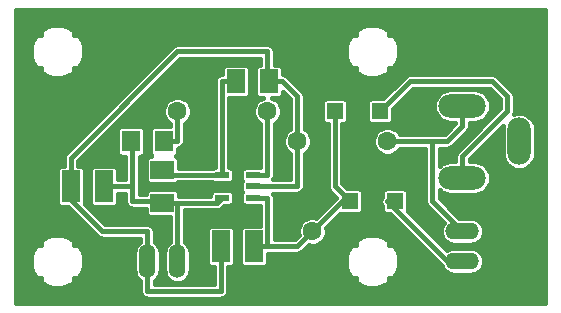
<source format=gbr>
G04 #@! TF.GenerationSoftware,KiCad,Pcbnew,(5.0.0)*
G04 #@! TF.CreationDate,2020-02-21T08:36:11-08:00*
G04 #@! TF.ProjectId,12V Power Circuit V4,31325620506F77657220436972637569,rev?*
G04 #@! TF.SameCoordinates,Original*
G04 #@! TF.FileFunction,Copper,L1,Top,Signal*
G04 #@! TF.FilePolarity,Positive*
%FSLAX46Y46*%
G04 Gerber Fmt 4.6, Leading zero omitted, Abs format (unit mm)*
G04 Created by KiCad (PCBNEW (5.0.0)) date 02/21/20 08:36:11*
%MOMM*%
%LPD*%
G01*
G04 APERTURE LIST*
G04 #@! TA.AperFunction,SMDPad,CuDef*
%ADD10R,1.200000X0.550000*%
G04 #@! TD*
G04 #@! TA.AperFunction,SMDPad,CuDef*
%ADD11R,1.400000X1.400000*%
G04 #@! TD*
G04 #@! TA.AperFunction,SMDPad,CuDef*
%ADD12R,1.600000X2.700000*%
G04 #@! TD*
G04 #@! TA.AperFunction,SMDPad,CuDef*
%ADD13R,1.600000X1.800000*%
G04 #@! TD*
G04 #@! TA.AperFunction,SMDPad,CuDef*
%ADD14R,1.600000X2.000000*%
G04 #@! TD*
G04 #@! TA.AperFunction,SMDPad,CuDef*
%ADD15R,2.000000X1.600000*%
G04 #@! TD*
G04 #@! TA.AperFunction,ComponentPad*
%ADD16O,2.844800X1.422400*%
G04 #@! TD*
G04 #@! TA.AperFunction,ComponentPad*
%ADD17O,1.422400X2.844800*%
G04 #@! TD*
G04 #@! TA.AperFunction,ComponentPad*
%ADD18O,2.000000X4.000000*%
G04 #@! TD*
G04 #@! TA.AperFunction,ComponentPad*
%ADD19O,4.000000X2.000000*%
G04 #@! TD*
G04 #@! TA.AperFunction,ComponentPad*
%ADD20C,1.600200*%
G04 #@! TD*
G04 #@! TA.AperFunction,Conductor*
%ADD21C,0.406400*%
G04 #@! TD*
G04 #@! TA.AperFunction,Conductor*
%ADD22C,0.254000*%
G04 #@! TD*
G04 #@! TA.AperFunction,NonConductor*
%ADD23C,0.406400*%
G04 #@! TD*
G04 APERTURE END LIST*
D10*
G04 #@! TO.P,U$1,5*
G04 #@! TO.N,Net-(C2-Pad1)*
X143556100Y-108488600D03*
G04 #@! TO.P,U$1,4*
G04 #@! TO.N,Net-(R1-Pad2)*
X143556100Y-106588600D03*
G04 #@! TO.P,U$1,3*
G04 #@! TO.N,Net-(J2-Pad1)*
X146156100Y-106588600D03*
G04 #@! TO.P,U$1,2*
G04 #@! TO.N,GND*
X146156100Y-107538600D03*
G04 #@! TO.P,U$1,1*
G04 #@! TO.N,Net-(C1-Pad1)*
X146156100Y-108488600D03*
G04 #@! TD*
D11*
G04 #@! TO.P,D1,A*
G04 #@! TO.N,Net-(D1-PadA)*
X156916100Y-101188600D03*
G04 #@! TO.P,D1,C*
G04 #@! TO.N,Net-(C1-Pad1)*
X153116100Y-101188600D03*
G04 #@! TD*
G04 #@! TO.P,D2,A*
G04 #@! TO.N,Net-(D2-PadA)*
X158186100Y-108808600D03*
G04 #@! TO.P,D2,C*
G04 #@! TO.N,Net-(C1-Pad1)*
X154386100Y-108808600D03*
G04 #@! TD*
D12*
G04 #@! TO.P,C1,2*
G04 #@! TO.N,GND*
X143456100Y-112618600D03*
G04 #@! TO.P,C1,1*
G04 #@! TO.N,Net-(C1-Pad1)*
X146256100Y-112618600D03*
G04 #@! TD*
G04 #@! TO.P,C2,2*
G04 #@! TO.N,GND*
X130756100Y-107538600D03*
G04 #@! TO.P,C2,1*
G04 #@! TO.N,Net-(C2-Pad1)*
X133556100Y-107538600D03*
G04 #@! TD*
D13*
G04 #@! TO.P,C3,2*
G04 #@! TO.N,Net-(C2-Pad1)*
X135836100Y-103728600D03*
G04 #@! TO.P,C3,1*
G04 #@! TO.N,Net-(C3-Pad1)*
X138636100Y-103728600D03*
G04 #@! TD*
D14*
G04 #@! TO.P,R1,2*
G04 #@! TO.N,Net-(R1-Pad2)*
X144726100Y-98648600D03*
G04 #@! TO.P,R1,1*
G04 #@! TO.N,GND*
X147526100Y-98648600D03*
G04 #@! TD*
D15*
G04 #@! TO.P,R2,2*
G04 #@! TO.N,Net-(C2-Pad1)*
X138506100Y-108938600D03*
G04 #@! TO.P,R2,1*
G04 #@! TO.N,Net-(R1-Pad2)*
X138506100Y-106138600D03*
G04 #@! TD*
D16*
G04 #@! TO.P,JP1,2*
G04 #@! TO.N,Net-(J1-Pad3)*
X163906100Y-111348600D03*
G04 #@! TO.P,JP1,1*
G04 #@! TO.N,Net-(D2-PadA)*
X163906100Y-113888600D03*
G04 #@! TD*
D17*
G04 #@! TO.P,JP2,2*
G04 #@! TO.N,Net-(C2-Pad1)*
X139776100Y-113888600D03*
G04 #@! TO.P,JP2,1*
G04 #@! TO.N,GND*
X137236100Y-113888600D03*
G04 #@! TD*
D18*
G04 #@! TO.P,J1,2*
G04 #@! TO.N,Net-(J1-Pad2)*
X168706100Y-103728600D03*
D19*
G04 #@! TO.P,J1,3*
G04 #@! TO.N,Net-(J1-Pad3)*
X163906100Y-100728600D03*
G04 #@! TO.P,J1,1*
G04 #@! TO.N,Net-(D1-PadA)*
X163906100Y-106828600D03*
G04 #@! TD*
D20*
G04 #@! TO.P,J2,2*
G04 #@! TO.N,Net-(C3-Pad1)*
X139776100Y-101188600D03*
G04 #@! TO.P,J2,1*
G04 #@! TO.N,Net-(J2-Pad1)*
X147396100Y-101188600D03*
G04 #@! TD*
G04 #@! TO.P,PAD1,1*
G04 #@! TO.N,Net-(C1-Pad1)*
X151206100Y-111348600D03*
G04 #@! TD*
G04 #@! TO.P,J3,2*
G04 #@! TO.N,Net-(J1-Pad3)*
X157556100Y-103728600D03*
G04 #@! TO.P,J3,1*
G04 #@! TO.N,GND*
X149936100Y-103728600D03*
G04 #@! TD*
D21*
G04 #@! TO.N,Net-(C1-Pad1)*
X146256100Y-112618600D02*
X147396100Y-112618600D01*
X146156100Y-108488600D02*
X147396100Y-108488600D01*
X147396100Y-108488600D02*
X147396100Y-112618600D01*
X147396100Y-112618600D02*
X149936100Y-112618600D01*
X149936100Y-112618600D02*
X151206100Y-111348600D01*
X154386100Y-108808600D02*
X153116100Y-107538600D01*
X153116100Y-107538600D02*
X153116100Y-101188600D01*
X151206100Y-111348600D02*
X153746100Y-108808600D01*
X153746100Y-108808600D02*
X154386100Y-108808600D01*
G04 #@! TO.N,Net-(C2-Pad1)*
X138506100Y-108938600D02*
X139776100Y-108938600D01*
X139776100Y-108938600D02*
X143106100Y-108938600D01*
X143106100Y-108938600D02*
X143556100Y-108488600D01*
X139776100Y-113888600D02*
X139776100Y-108938600D01*
X138506100Y-108938600D02*
X138506100Y-108808600D01*
X138506100Y-108808600D02*
X135966100Y-108808600D01*
X135966100Y-108808600D02*
X135966100Y-107538600D01*
X135966100Y-107538600D02*
X135966100Y-103728600D01*
X135966100Y-103728600D02*
X135836100Y-103728600D01*
X133556100Y-107538600D02*
X135966100Y-107538600D01*
G04 #@! TO.N,Net-(R1-Pad2)*
X144726100Y-98648600D02*
X143556100Y-98648600D01*
X143556100Y-98648600D02*
X143556100Y-106588600D01*
X143556100Y-106588600D02*
X138506100Y-106588600D01*
X138506100Y-106588600D02*
X138506100Y-106268600D01*
D22*
X138506100Y-106268600D02*
X138506100Y-106138600D01*
D21*
G04 #@! TO.N,GND*
X149936100Y-103728600D02*
X149936100Y-107538600D01*
X130756100Y-107538600D02*
X130756100Y-105128600D01*
X130756100Y-105128600D02*
X139776100Y-96108600D01*
X139776100Y-96108600D02*
X147396100Y-96108600D01*
X147396100Y-96108600D02*
X147396100Y-98518600D01*
X147396100Y-98518600D02*
X147526100Y-98648600D01*
X147526100Y-98648600D02*
X148666100Y-98648600D01*
X148666100Y-98648600D02*
X149936100Y-99918600D01*
X149936100Y-99918600D02*
X149936100Y-103728600D01*
X146156100Y-107538600D02*
X149936100Y-107538600D01*
X143456100Y-112618600D02*
X143456100Y-116428600D01*
X143456100Y-116428600D02*
X137236100Y-116428600D01*
X137236100Y-116428600D02*
X137236100Y-113888600D01*
X137236100Y-111348600D02*
X133426100Y-111348600D01*
X133426100Y-111348600D02*
X130886100Y-108808600D01*
X130886100Y-108808600D02*
X130886100Y-107668600D01*
X130886100Y-107668600D02*
X130756100Y-107538600D01*
X137236100Y-111348600D02*
X137236100Y-113888600D01*
G04 #@! TO.N,Net-(D2-PadA)*
X163906100Y-113888600D02*
X162636100Y-113888600D01*
X162636100Y-113888600D02*
X157556100Y-108808600D01*
X157556100Y-108808600D02*
X158186100Y-108808600D01*
G04 #@! TO.N,Net-(D1-PadA)*
X163906100Y-106828600D02*
X163906100Y-104998600D01*
X163906100Y-104998600D02*
X167716100Y-101188600D01*
X167716100Y-101188600D02*
X167716100Y-99918600D01*
X167716100Y-99918600D02*
X166446100Y-98648600D01*
X166446100Y-98648600D02*
X159456100Y-98648600D01*
X159456100Y-98648600D02*
X156916100Y-101188600D01*
G04 #@! TO.N,Net-(C3-Pad1)*
X139776100Y-101188600D02*
X139776100Y-103728600D01*
X139776100Y-103728600D02*
X138636100Y-103728600D01*
G04 #@! TO.N,Net-(J2-Pad1)*
X147396100Y-101188600D02*
X147396100Y-106588600D01*
X146156100Y-106588600D02*
X147396100Y-106588600D01*
G04 #@! TO.N,Net-(J1-Pad3)*
X157556100Y-103728600D02*
X161366100Y-103728600D01*
X161366100Y-103728600D02*
X162636100Y-103728600D01*
X163906100Y-111348600D02*
X161366100Y-108808600D01*
X161366100Y-108808600D02*
X161366100Y-103728600D01*
X163906100Y-100728600D02*
X163906100Y-102458600D01*
X163906100Y-102458600D02*
X162636100Y-103728600D01*
G04 #@! TD*
D23*
G36*
X170917900Y-117420400D02*
X126084300Y-117420400D01*
X126084300Y-113824445D01*
X127346473Y-113824445D01*
X127377568Y-114268460D01*
X127494687Y-114697877D01*
X127693332Y-115096195D01*
X127764617Y-115202880D01*
X128109620Y-115359725D01*
X128181946Y-115287399D01*
X128217301Y-115322754D01*
X128144975Y-115395080D01*
X128301820Y-115740083D01*
X128688280Y-115960910D01*
X129110396Y-116102100D01*
X129551945Y-116158227D01*
X129995960Y-116127132D01*
X130425377Y-116010013D01*
X130823695Y-115811368D01*
X130930380Y-115740083D01*
X131087225Y-115395080D01*
X131014899Y-115322754D01*
X131050254Y-115287399D01*
X131122580Y-115359725D01*
X131467583Y-115202880D01*
X131688410Y-114816420D01*
X131829600Y-114394304D01*
X131885727Y-113952755D01*
X131854632Y-113508740D01*
X131737513Y-113079323D01*
X131538868Y-112681005D01*
X131467583Y-112574320D01*
X131122580Y-112417475D01*
X131050254Y-112489801D01*
X131014899Y-112454446D01*
X131087225Y-112382120D01*
X130930380Y-112037117D01*
X130543920Y-111816290D01*
X130121804Y-111675100D01*
X129680255Y-111618973D01*
X129236240Y-111650068D01*
X128806823Y-111767187D01*
X128408505Y-111965832D01*
X128301820Y-112037117D01*
X128144975Y-112382120D01*
X128217301Y-112454446D01*
X128181946Y-112489801D01*
X128109620Y-112417475D01*
X127764617Y-112574320D01*
X127543790Y-112960780D01*
X127402600Y-113382896D01*
X127346473Y-113824445D01*
X126084300Y-113824445D01*
X126084300Y-106188600D01*
X129550950Y-106188600D01*
X129550950Y-108888600D01*
X129558735Y-108967641D01*
X129581790Y-109043644D01*
X129619230Y-109113689D01*
X129669616Y-109175084D01*
X129731011Y-109225470D01*
X129801056Y-109262910D01*
X129877059Y-109285965D01*
X129956100Y-109293750D01*
X130513672Y-109293750D01*
X132976246Y-111756325D01*
X132995236Y-111779464D01*
X133087572Y-111855243D01*
X133192918Y-111911551D01*
X133307225Y-111946226D01*
X133396310Y-111955000D01*
X133396319Y-111955000D01*
X133426099Y-111957933D01*
X133455879Y-111955000D01*
X136629700Y-111955000D01*
X136629700Y-112237923D01*
X136613978Y-112246327D01*
X136444288Y-112385587D01*
X136305028Y-112555277D01*
X136201548Y-112748874D01*
X136137824Y-112958939D01*
X136121700Y-113122653D01*
X136121700Y-114654546D01*
X136137824Y-114818260D01*
X136201547Y-115028325D01*
X136305027Y-115221923D01*
X136444287Y-115391613D01*
X136613977Y-115530873D01*
X136629700Y-115539277D01*
X136629700Y-116398810D01*
X136626766Y-116428600D01*
X136638474Y-116547475D01*
X136673149Y-116661782D01*
X136729457Y-116767128D01*
X136805236Y-116859464D01*
X136897572Y-116935243D01*
X137002918Y-116991551D01*
X137117225Y-117026226D01*
X137236100Y-117037934D01*
X137265890Y-117035000D01*
X143426310Y-117035000D01*
X143456100Y-117037934D01*
X143574975Y-117026226D01*
X143689282Y-116991551D01*
X143794628Y-116935243D01*
X143886964Y-116859464D01*
X143962743Y-116767128D01*
X144019051Y-116661782D01*
X144053726Y-116547475D01*
X144062500Y-116458390D01*
X144062500Y-116458389D01*
X144065434Y-116428600D01*
X144062500Y-116398810D01*
X144062500Y-114373750D01*
X144256100Y-114373750D01*
X144335141Y-114365965D01*
X144411144Y-114342910D01*
X144481189Y-114305470D01*
X144542584Y-114255084D01*
X144592970Y-114193689D01*
X144630410Y-114123644D01*
X144653465Y-114047641D01*
X144661250Y-113968600D01*
X144661250Y-111268600D01*
X144653465Y-111189559D01*
X144630410Y-111113556D01*
X144592970Y-111043511D01*
X144542584Y-110982116D01*
X144481189Y-110931730D01*
X144411144Y-110894290D01*
X144335141Y-110871235D01*
X144256100Y-110863450D01*
X142656100Y-110863450D01*
X142577059Y-110871235D01*
X142501056Y-110894290D01*
X142431011Y-110931730D01*
X142369616Y-110982116D01*
X142319230Y-111043511D01*
X142281790Y-111113556D01*
X142258735Y-111189559D01*
X142250950Y-111268600D01*
X142250950Y-113968600D01*
X142258735Y-114047641D01*
X142281790Y-114123644D01*
X142319230Y-114193689D01*
X142369616Y-114255084D01*
X142431011Y-114305470D01*
X142501056Y-114342910D01*
X142577059Y-114365965D01*
X142656100Y-114373750D01*
X142849700Y-114373750D01*
X142849701Y-115822200D01*
X137842500Y-115822200D01*
X137842500Y-115539277D01*
X137858223Y-115530873D01*
X138027913Y-115391613D01*
X138167173Y-115221923D01*
X138270653Y-115028326D01*
X138334376Y-114818261D01*
X138350500Y-114654547D01*
X138350500Y-113122653D01*
X138334376Y-112958939D01*
X138270653Y-112748874D01*
X138167173Y-112555277D01*
X138027913Y-112385587D01*
X137858223Y-112246327D01*
X137842500Y-112237923D01*
X137842500Y-111378390D01*
X137845434Y-111348600D01*
X137833726Y-111229725D01*
X137799051Y-111115418D01*
X137742743Y-111010072D01*
X137666964Y-110917736D01*
X137574628Y-110841957D01*
X137469282Y-110785649D01*
X137354975Y-110750974D01*
X137265890Y-110742200D01*
X137236100Y-110739266D01*
X137206310Y-110742200D01*
X133677279Y-110742200D01*
X131941654Y-109006576D01*
X131953465Y-108967641D01*
X131961250Y-108888600D01*
X131961250Y-106188600D01*
X132350950Y-106188600D01*
X132350950Y-108888600D01*
X132358735Y-108967641D01*
X132381790Y-109043644D01*
X132419230Y-109113689D01*
X132469616Y-109175084D01*
X132531011Y-109225470D01*
X132601056Y-109262910D01*
X132677059Y-109285965D01*
X132756100Y-109293750D01*
X134356100Y-109293750D01*
X134435141Y-109285965D01*
X134511144Y-109262910D01*
X134581189Y-109225470D01*
X134642584Y-109175084D01*
X134692970Y-109113689D01*
X134730410Y-109043644D01*
X134753465Y-108967641D01*
X134761250Y-108888600D01*
X134761250Y-108145000D01*
X135359701Y-108145000D01*
X135359700Y-108778810D01*
X135356766Y-108808600D01*
X135368474Y-108927475D01*
X135403149Y-109041782D01*
X135459457Y-109147128D01*
X135516245Y-109216324D01*
X135535236Y-109239464D01*
X135627572Y-109315243D01*
X135732918Y-109371551D01*
X135847225Y-109406226D01*
X135966100Y-109417934D01*
X135995890Y-109415000D01*
X137100950Y-109415000D01*
X137100950Y-109738600D01*
X137108735Y-109817641D01*
X137131790Y-109893644D01*
X137169230Y-109963689D01*
X137219616Y-110025084D01*
X137281011Y-110075470D01*
X137351056Y-110112910D01*
X137427059Y-110135965D01*
X137506100Y-110143750D01*
X139169701Y-110143750D01*
X139169700Y-112237923D01*
X139153978Y-112246327D01*
X138984288Y-112385587D01*
X138845028Y-112555277D01*
X138741548Y-112748874D01*
X138677824Y-112958939D01*
X138661700Y-113122653D01*
X138661700Y-114654546D01*
X138677824Y-114818260D01*
X138741547Y-115028325D01*
X138845027Y-115221923D01*
X138984287Y-115391613D01*
X139153977Y-115530873D01*
X139347574Y-115634353D01*
X139557639Y-115698076D01*
X139776100Y-115719592D01*
X139994560Y-115698076D01*
X140204625Y-115634353D01*
X140398223Y-115530873D01*
X140567913Y-115391613D01*
X140707173Y-115221923D01*
X140810653Y-115028326D01*
X140874376Y-114818261D01*
X140890500Y-114654547D01*
X140890500Y-113122653D01*
X140874376Y-112958939D01*
X140810653Y-112748874D01*
X140707173Y-112555277D01*
X140567913Y-112385587D01*
X140398223Y-112246327D01*
X140382500Y-112237923D01*
X140382500Y-109545000D01*
X143076318Y-109545000D01*
X143106100Y-109547933D01*
X143135882Y-109545000D01*
X143135890Y-109545000D01*
X143224975Y-109536226D01*
X143339282Y-109501551D01*
X143444628Y-109445243D01*
X143536964Y-109369464D01*
X143555958Y-109346321D01*
X143733528Y-109168750D01*
X144156100Y-109168750D01*
X144235141Y-109160965D01*
X144311144Y-109137910D01*
X144381189Y-109100470D01*
X144442584Y-109050084D01*
X144492970Y-108988689D01*
X144530410Y-108918644D01*
X144553465Y-108842641D01*
X144561250Y-108763600D01*
X144561250Y-108213600D01*
X144553465Y-108134559D01*
X144530410Y-108058556D01*
X144492970Y-107988511D01*
X144442584Y-107927116D01*
X144381189Y-107876730D01*
X144311144Y-107839290D01*
X144235141Y-107816235D01*
X144156100Y-107808450D01*
X142956100Y-107808450D01*
X142877059Y-107816235D01*
X142801056Y-107839290D01*
X142731011Y-107876730D01*
X142669616Y-107927116D01*
X142619230Y-107988511D01*
X142581790Y-108058556D01*
X142558735Y-108134559D01*
X142550950Y-108213600D01*
X142550950Y-108332200D01*
X139911250Y-108332200D01*
X139911250Y-108138600D01*
X139903465Y-108059559D01*
X139880410Y-107983556D01*
X139842970Y-107913511D01*
X139792584Y-107852116D01*
X139731189Y-107801730D01*
X139661144Y-107764290D01*
X139585141Y-107741235D01*
X139506100Y-107733450D01*
X137506100Y-107733450D01*
X137427059Y-107741235D01*
X137351056Y-107764290D01*
X137281011Y-107801730D01*
X137219616Y-107852116D01*
X137169230Y-107913511D01*
X137131790Y-107983556D01*
X137108735Y-108059559D01*
X137100950Y-108138600D01*
X137100950Y-108202200D01*
X136572500Y-108202200D01*
X136572500Y-107568389D01*
X136575434Y-107538600D01*
X136572500Y-107508810D01*
X136572500Y-105338600D01*
X137100950Y-105338600D01*
X137100950Y-106938600D01*
X137108735Y-107017641D01*
X137131790Y-107093644D01*
X137169230Y-107163689D01*
X137219616Y-107225084D01*
X137281011Y-107275470D01*
X137351056Y-107312910D01*
X137427059Y-107335965D01*
X137506100Y-107343750D01*
X139506100Y-107343750D01*
X139585141Y-107335965D01*
X139661144Y-107312910D01*
X139731189Y-107275470D01*
X139792584Y-107225084D01*
X139817274Y-107195000D01*
X142724346Y-107195000D01*
X142731011Y-107200470D01*
X142801056Y-107237910D01*
X142877059Y-107260965D01*
X142956100Y-107268750D01*
X144156100Y-107268750D01*
X144235141Y-107260965D01*
X144311144Y-107237910D01*
X144381189Y-107200470D01*
X144442584Y-107150084D01*
X144492970Y-107088689D01*
X144530410Y-107018644D01*
X144553465Y-106942641D01*
X144561250Y-106863600D01*
X144561250Y-106313600D01*
X144553465Y-106234559D01*
X144530410Y-106158556D01*
X144492970Y-106088511D01*
X144442584Y-106027116D01*
X144381189Y-105976730D01*
X144311144Y-105939290D01*
X144235141Y-105916235D01*
X144162500Y-105909080D01*
X144162500Y-100053750D01*
X145526100Y-100053750D01*
X145605141Y-100045965D01*
X145681144Y-100022910D01*
X145751189Y-99985470D01*
X145812584Y-99935084D01*
X145862970Y-99873689D01*
X145900410Y-99803644D01*
X145923465Y-99727641D01*
X145931250Y-99648600D01*
X145931250Y-97648600D01*
X145923465Y-97569559D01*
X145900410Y-97493556D01*
X145862970Y-97423511D01*
X145812584Y-97362116D01*
X145751189Y-97311730D01*
X145681144Y-97274290D01*
X145605141Y-97251235D01*
X145526100Y-97243450D01*
X143926100Y-97243450D01*
X143847059Y-97251235D01*
X143771056Y-97274290D01*
X143701011Y-97311730D01*
X143639616Y-97362116D01*
X143589230Y-97423511D01*
X143551790Y-97493556D01*
X143528735Y-97569559D01*
X143520950Y-97648600D01*
X143520950Y-98042728D01*
X143437225Y-98050974D01*
X143322918Y-98085649D01*
X143217572Y-98141957D01*
X143125236Y-98217736D01*
X143049457Y-98310072D01*
X142993149Y-98415418D01*
X142958474Y-98529725D01*
X142946766Y-98648600D01*
X142949700Y-98678390D01*
X142949701Y-105909080D01*
X142877059Y-105916235D01*
X142801056Y-105939290D01*
X142731011Y-105976730D01*
X142724346Y-105982200D01*
X139911250Y-105982200D01*
X139911250Y-105338600D01*
X139903465Y-105259559D01*
X139880410Y-105183556D01*
X139842970Y-105113511D01*
X139792584Y-105052116D01*
X139731189Y-105001730D01*
X139662042Y-104964770D01*
X139722584Y-104915084D01*
X139772970Y-104853689D01*
X139810410Y-104783644D01*
X139833465Y-104707641D01*
X139841250Y-104628600D01*
X139841250Y-104331517D01*
X139894975Y-104326226D01*
X140009282Y-104291551D01*
X140114628Y-104235243D01*
X140206964Y-104159464D01*
X140282743Y-104067128D01*
X140339051Y-103961782D01*
X140373726Y-103847475D01*
X140382500Y-103758390D01*
X140385434Y-103728600D01*
X140382500Y-103698810D01*
X140382500Y-102230612D01*
X140543159Y-102123264D01*
X140710764Y-101955659D01*
X140842450Y-101758576D01*
X140933158Y-101539590D01*
X140979400Y-101307115D01*
X140979400Y-101070085D01*
X140933158Y-100837610D01*
X140842450Y-100618624D01*
X140710764Y-100421541D01*
X140543159Y-100253936D01*
X140346076Y-100122250D01*
X140127090Y-100031542D01*
X139894615Y-99985300D01*
X139657585Y-99985300D01*
X139425110Y-100031542D01*
X139206124Y-100122250D01*
X139009041Y-100253936D01*
X138841436Y-100421541D01*
X138709750Y-100618624D01*
X138619042Y-100837610D01*
X138572800Y-101070085D01*
X138572800Y-101307115D01*
X138619042Y-101539590D01*
X138709750Y-101758576D01*
X138841436Y-101955659D01*
X139009041Y-102123264D01*
X139169700Y-102230613D01*
X139169700Y-102423450D01*
X137836100Y-102423450D01*
X137757059Y-102431235D01*
X137681056Y-102454290D01*
X137611011Y-102491730D01*
X137549616Y-102542116D01*
X137499230Y-102603511D01*
X137461790Y-102673556D01*
X137438735Y-102749559D01*
X137430950Y-102828600D01*
X137430950Y-104628600D01*
X137438735Y-104707641D01*
X137461790Y-104783644D01*
X137499230Y-104853689D01*
X137549616Y-104915084D01*
X137571995Y-104933450D01*
X137506100Y-104933450D01*
X137427059Y-104941235D01*
X137351056Y-104964290D01*
X137281011Y-105001730D01*
X137219616Y-105052116D01*
X137169230Y-105113511D01*
X137131790Y-105183556D01*
X137108735Y-105259559D01*
X137100950Y-105338600D01*
X136572500Y-105338600D01*
X136572500Y-105033750D01*
X136636100Y-105033750D01*
X136715141Y-105025965D01*
X136791144Y-105002910D01*
X136861189Y-104965470D01*
X136922584Y-104915084D01*
X136972970Y-104853689D01*
X137010410Y-104783644D01*
X137033465Y-104707641D01*
X137041250Y-104628600D01*
X137041250Y-102828600D01*
X137033465Y-102749559D01*
X137010410Y-102673556D01*
X136972970Y-102603511D01*
X136922584Y-102542116D01*
X136861189Y-102491730D01*
X136791144Y-102454290D01*
X136715141Y-102431235D01*
X136636100Y-102423450D01*
X135036100Y-102423450D01*
X134957059Y-102431235D01*
X134881056Y-102454290D01*
X134811011Y-102491730D01*
X134749616Y-102542116D01*
X134699230Y-102603511D01*
X134661790Y-102673556D01*
X134638735Y-102749559D01*
X134630950Y-102828600D01*
X134630950Y-104628600D01*
X134638735Y-104707641D01*
X134661790Y-104783644D01*
X134699230Y-104853689D01*
X134749616Y-104915084D01*
X134811011Y-104965470D01*
X134881056Y-105002910D01*
X134957059Y-105025965D01*
X135036100Y-105033750D01*
X135359701Y-105033750D01*
X135359700Y-106932200D01*
X134761250Y-106932200D01*
X134761250Y-106188600D01*
X134753465Y-106109559D01*
X134730410Y-106033556D01*
X134692970Y-105963511D01*
X134642584Y-105902116D01*
X134581189Y-105851730D01*
X134511144Y-105814290D01*
X134435141Y-105791235D01*
X134356100Y-105783450D01*
X132756100Y-105783450D01*
X132677059Y-105791235D01*
X132601056Y-105814290D01*
X132531011Y-105851730D01*
X132469616Y-105902116D01*
X132419230Y-105963511D01*
X132381790Y-106033556D01*
X132358735Y-106109559D01*
X132350950Y-106188600D01*
X131961250Y-106188600D01*
X131953465Y-106109559D01*
X131930410Y-106033556D01*
X131892970Y-105963511D01*
X131842584Y-105902116D01*
X131781189Y-105851730D01*
X131711144Y-105814290D01*
X131635141Y-105791235D01*
X131556100Y-105783450D01*
X131362500Y-105783450D01*
X131362500Y-105379778D01*
X140027280Y-96715000D01*
X146789700Y-96715000D01*
X146789700Y-97243450D01*
X146726100Y-97243450D01*
X146647059Y-97251235D01*
X146571056Y-97274290D01*
X146501011Y-97311730D01*
X146439616Y-97362116D01*
X146389230Y-97423511D01*
X146351790Y-97493556D01*
X146328735Y-97569559D01*
X146320950Y-97648600D01*
X146320950Y-99648600D01*
X146328735Y-99727641D01*
X146351790Y-99803644D01*
X146389230Y-99873689D01*
X146439616Y-99935084D01*
X146501011Y-99985470D01*
X146571056Y-100022910D01*
X146647059Y-100045965D01*
X146726100Y-100053750D01*
X146991496Y-100053750D01*
X146826124Y-100122250D01*
X146629041Y-100253936D01*
X146461436Y-100421541D01*
X146329750Y-100618624D01*
X146239042Y-100837610D01*
X146192800Y-101070085D01*
X146192800Y-101307115D01*
X146239042Y-101539590D01*
X146329750Y-101758576D01*
X146461436Y-101955659D01*
X146629041Y-102123264D01*
X146789700Y-102230613D01*
X146789701Y-105911759D01*
X146756100Y-105908450D01*
X145556100Y-105908450D01*
X145477059Y-105916235D01*
X145401056Y-105939290D01*
X145331011Y-105976730D01*
X145269616Y-106027116D01*
X145219230Y-106088511D01*
X145181790Y-106158556D01*
X145158735Y-106234559D01*
X145150950Y-106313600D01*
X145150950Y-106863600D01*
X145158735Y-106942641D01*
X145181790Y-107018644D01*
X145205820Y-107063600D01*
X145181790Y-107108556D01*
X145158735Y-107184559D01*
X145150950Y-107263600D01*
X145150950Y-107813600D01*
X145158735Y-107892641D01*
X145181790Y-107968644D01*
X145205820Y-108013600D01*
X145181790Y-108058556D01*
X145158735Y-108134559D01*
X145150950Y-108213600D01*
X145150950Y-108763600D01*
X145158735Y-108842641D01*
X145181790Y-108918644D01*
X145219230Y-108988689D01*
X145269616Y-109050084D01*
X145331011Y-109100470D01*
X145401056Y-109137910D01*
X145477059Y-109160965D01*
X145556100Y-109168750D01*
X146756100Y-109168750D01*
X146789700Y-109165441D01*
X146789701Y-110863450D01*
X145456100Y-110863450D01*
X145377059Y-110871235D01*
X145301056Y-110894290D01*
X145231011Y-110931730D01*
X145169616Y-110982116D01*
X145119230Y-111043511D01*
X145081790Y-111113556D01*
X145058735Y-111189559D01*
X145050950Y-111268600D01*
X145050950Y-113968600D01*
X145058735Y-114047641D01*
X145081790Y-114123644D01*
X145119230Y-114193689D01*
X145169616Y-114255084D01*
X145231011Y-114305470D01*
X145301056Y-114342910D01*
X145377059Y-114365965D01*
X145456100Y-114373750D01*
X147056100Y-114373750D01*
X147135141Y-114365965D01*
X147211144Y-114342910D01*
X147281189Y-114305470D01*
X147342584Y-114255084D01*
X147392970Y-114193689D01*
X147430410Y-114123644D01*
X147453465Y-114047641D01*
X147461250Y-113968600D01*
X147461250Y-113824445D01*
X154016473Y-113824445D01*
X154047568Y-114268460D01*
X154164687Y-114697877D01*
X154363332Y-115096195D01*
X154434617Y-115202880D01*
X154779620Y-115359725D01*
X154851946Y-115287399D01*
X154887301Y-115322754D01*
X154814975Y-115395080D01*
X154971820Y-115740083D01*
X155358280Y-115960910D01*
X155780396Y-116102100D01*
X156221945Y-116158227D01*
X156665960Y-116127132D01*
X157095377Y-116010013D01*
X157493695Y-115811368D01*
X157600380Y-115740083D01*
X157757225Y-115395080D01*
X157684899Y-115322754D01*
X157720254Y-115287399D01*
X157792580Y-115359725D01*
X158137583Y-115202880D01*
X158358410Y-114816420D01*
X158499600Y-114394304D01*
X158555727Y-113952755D01*
X158524632Y-113508740D01*
X158407513Y-113079323D01*
X158208868Y-112681005D01*
X158137583Y-112574320D01*
X157792580Y-112417475D01*
X157720254Y-112489801D01*
X157684899Y-112454446D01*
X157757225Y-112382120D01*
X157600380Y-112037117D01*
X157213920Y-111816290D01*
X156791804Y-111675100D01*
X156350255Y-111618973D01*
X155906240Y-111650068D01*
X155476823Y-111767187D01*
X155078505Y-111965832D01*
X154971820Y-112037117D01*
X154814975Y-112382120D01*
X154887301Y-112454446D01*
X154851946Y-112489801D01*
X154779620Y-112417475D01*
X154434617Y-112574320D01*
X154213790Y-112960780D01*
X154072600Y-113382896D01*
X154016473Y-113824445D01*
X147461250Y-113824445D01*
X147461250Y-113225000D01*
X149906318Y-113225000D01*
X149936100Y-113227933D01*
X149965882Y-113225000D01*
X149965890Y-113225000D01*
X150054975Y-113216226D01*
X150169282Y-113181551D01*
X150274628Y-113125243D01*
X150366964Y-113049464D01*
X150385958Y-113026320D01*
X150898074Y-112514204D01*
X151087585Y-112551900D01*
X151324615Y-112551900D01*
X151557090Y-112505658D01*
X151776076Y-112414950D01*
X151973159Y-112283264D01*
X152140764Y-112115659D01*
X152272450Y-111918576D01*
X152363158Y-111699590D01*
X152409400Y-111467115D01*
X152409400Y-111230085D01*
X152371704Y-111040574D01*
X153529956Y-109882322D01*
X153531056Y-109882910D01*
X153607059Y-109905965D01*
X153686100Y-109913750D01*
X155086100Y-109913750D01*
X155165141Y-109905965D01*
X155241144Y-109882910D01*
X155311189Y-109845470D01*
X155372584Y-109795084D01*
X155422970Y-109733689D01*
X155460410Y-109663644D01*
X155483465Y-109587641D01*
X155491250Y-109508600D01*
X155491250Y-108808600D01*
X156946766Y-108808600D01*
X156958474Y-108927475D01*
X156993149Y-109041782D01*
X157049457Y-109147128D01*
X157080950Y-109185502D01*
X157080950Y-109508600D01*
X157088735Y-109587641D01*
X157111790Y-109663644D01*
X157149230Y-109733689D01*
X157199616Y-109795084D01*
X157261011Y-109845470D01*
X157331056Y-109882910D01*
X157407059Y-109905965D01*
X157486100Y-109913750D01*
X157803672Y-109913750D01*
X162140012Y-114250091D01*
X162160347Y-114317126D01*
X162263827Y-114510723D01*
X162403087Y-114680413D01*
X162572777Y-114819673D01*
X162766374Y-114923153D01*
X162976439Y-114986876D01*
X163140153Y-115003000D01*
X164672047Y-115003000D01*
X164835761Y-114986876D01*
X165045826Y-114923153D01*
X165239423Y-114819673D01*
X165409113Y-114680413D01*
X165548373Y-114510723D01*
X165651853Y-114317126D01*
X165715576Y-114107061D01*
X165737092Y-113888600D01*
X165715576Y-113670139D01*
X165651853Y-113460074D01*
X165548373Y-113266477D01*
X165409113Y-113096787D01*
X165239423Y-112957527D01*
X165045826Y-112854047D01*
X164835761Y-112790324D01*
X164672047Y-112774200D01*
X163140153Y-112774200D01*
X162976439Y-112790324D01*
X162766374Y-112854047D01*
X162572777Y-112957527D01*
X162567191Y-112962112D01*
X159262345Y-109657266D01*
X159283465Y-109587641D01*
X159291250Y-109508600D01*
X159291250Y-108108600D01*
X159283465Y-108029559D01*
X159260410Y-107953556D01*
X159222970Y-107883511D01*
X159172584Y-107822116D01*
X159111189Y-107771730D01*
X159041144Y-107734290D01*
X158965141Y-107711235D01*
X158886100Y-107703450D01*
X157486100Y-107703450D01*
X157407059Y-107711235D01*
X157331056Y-107734290D01*
X157261011Y-107771730D01*
X157199616Y-107822116D01*
X157149230Y-107883511D01*
X157111790Y-107953556D01*
X157088735Y-108029559D01*
X157080950Y-108108600D01*
X157080950Y-108431698D01*
X157049457Y-108470072D01*
X156993149Y-108575418D01*
X156958474Y-108689725D01*
X156946766Y-108808600D01*
X155491250Y-108808600D01*
X155491250Y-108108600D01*
X155483465Y-108029559D01*
X155460410Y-107953556D01*
X155422970Y-107883511D01*
X155372584Y-107822116D01*
X155311189Y-107771730D01*
X155241144Y-107734290D01*
X155165141Y-107711235D01*
X155086100Y-107703450D01*
X154138528Y-107703450D01*
X153722500Y-107287422D01*
X153722500Y-102293750D01*
X153816100Y-102293750D01*
X153895141Y-102285965D01*
X153971144Y-102262910D01*
X154041189Y-102225470D01*
X154102584Y-102175084D01*
X154152970Y-102113689D01*
X154190410Y-102043644D01*
X154213465Y-101967641D01*
X154221250Y-101888600D01*
X154221250Y-100488600D01*
X155810950Y-100488600D01*
X155810950Y-101888600D01*
X155818735Y-101967641D01*
X155841790Y-102043644D01*
X155879230Y-102113689D01*
X155929616Y-102175084D01*
X155991011Y-102225470D01*
X156061056Y-102262910D01*
X156137059Y-102285965D01*
X156216100Y-102293750D01*
X157616100Y-102293750D01*
X157695141Y-102285965D01*
X157771144Y-102262910D01*
X157841189Y-102225470D01*
X157902584Y-102175084D01*
X157952970Y-102113689D01*
X157990410Y-102043644D01*
X158013465Y-101967641D01*
X158021250Y-101888600D01*
X158021250Y-100941028D01*
X159707279Y-99255000D01*
X166194922Y-99255000D01*
X167109701Y-100169780D01*
X167109700Y-100937421D01*
X163498375Y-104548747D01*
X163475237Y-104567736D01*
X163456248Y-104590874D01*
X163456246Y-104590876D01*
X163399458Y-104660072D01*
X163343149Y-104765419D01*
X163308474Y-104879725D01*
X163296767Y-104998600D01*
X163299701Y-105028392D01*
X163299701Y-105425400D01*
X162837171Y-105425400D01*
X162631025Y-105445704D01*
X162366521Y-105525940D01*
X162122752Y-105656237D01*
X161972500Y-105779545D01*
X161972500Y-104335000D01*
X162606318Y-104335000D01*
X162636100Y-104337933D01*
X162665882Y-104335000D01*
X162665890Y-104335000D01*
X162754975Y-104326226D01*
X162869282Y-104291551D01*
X162974628Y-104235243D01*
X163066964Y-104159464D01*
X163085958Y-104136320D01*
X164313825Y-102908454D01*
X164336964Y-102889464D01*
X164412743Y-102797128D01*
X164469051Y-102691782D01*
X164503726Y-102577475D01*
X164512500Y-102488390D01*
X164512500Y-102488381D01*
X164515433Y-102458601D01*
X164512500Y-102428821D01*
X164512500Y-102131800D01*
X164975029Y-102131800D01*
X165181175Y-102111496D01*
X165445679Y-102031260D01*
X165689448Y-101900963D01*
X165903113Y-101725613D01*
X166078463Y-101511948D01*
X166208760Y-101268179D01*
X166288996Y-101003675D01*
X166316089Y-100728600D01*
X166288996Y-100453525D01*
X166208760Y-100189021D01*
X166078463Y-99945252D01*
X165903113Y-99731587D01*
X165689448Y-99556237D01*
X165445679Y-99425940D01*
X165181175Y-99345704D01*
X164975029Y-99325400D01*
X162837171Y-99325400D01*
X162631025Y-99345704D01*
X162366521Y-99425940D01*
X162122752Y-99556237D01*
X161909087Y-99731587D01*
X161733737Y-99945252D01*
X161603440Y-100189021D01*
X161523204Y-100453525D01*
X161496111Y-100728600D01*
X161523204Y-101003675D01*
X161603440Y-101268179D01*
X161733737Y-101511948D01*
X161909087Y-101725613D01*
X162122752Y-101900963D01*
X162366521Y-102031260D01*
X162631025Y-102111496D01*
X162837171Y-102131800D01*
X163299701Y-102131800D01*
X163299701Y-102207420D01*
X162384922Y-103122200D01*
X161395890Y-103122200D01*
X161366100Y-103119266D01*
X161336310Y-103122200D01*
X158598112Y-103122200D01*
X158490764Y-102961541D01*
X158323159Y-102793936D01*
X158126076Y-102662250D01*
X157907090Y-102571542D01*
X157674615Y-102525300D01*
X157437585Y-102525300D01*
X157205110Y-102571542D01*
X156986124Y-102662250D01*
X156789041Y-102793936D01*
X156621436Y-102961541D01*
X156489750Y-103158624D01*
X156399042Y-103377610D01*
X156352800Y-103610085D01*
X156352800Y-103847115D01*
X156399042Y-104079590D01*
X156489750Y-104298576D01*
X156621436Y-104495659D01*
X156789041Y-104663264D01*
X156986124Y-104794950D01*
X157205110Y-104885658D01*
X157437585Y-104931900D01*
X157674615Y-104931900D01*
X157907090Y-104885658D01*
X158126076Y-104794950D01*
X158323159Y-104663264D01*
X158490764Y-104495659D01*
X158598112Y-104335000D01*
X160759701Y-104335000D01*
X160759700Y-108778818D01*
X160756767Y-108808600D01*
X160759700Y-108838382D01*
X160759700Y-108838389D01*
X160765406Y-108896325D01*
X160768474Y-108927475D01*
X160789032Y-108995243D01*
X160803149Y-109041781D01*
X160859457Y-109147127D01*
X160935236Y-109239464D01*
X160958380Y-109258458D01*
X162337106Y-110637185D01*
X162263827Y-110726477D01*
X162160347Y-110920074D01*
X162096624Y-111130139D01*
X162075108Y-111348600D01*
X162096624Y-111567061D01*
X162160347Y-111777126D01*
X162263827Y-111970723D01*
X162403087Y-112140413D01*
X162572777Y-112279673D01*
X162766374Y-112383153D01*
X162976439Y-112446876D01*
X163140153Y-112463000D01*
X164672047Y-112463000D01*
X164835761Y-112446876D01*
X165045826Y-112383153D01*
X165239423Y-112279673D01*
X165409113Y-112140413D01*
X165548373Y-111970723D01*
X165651853Y-111777126D01*
X165715576Y-111567061D01*
X165737092Y-111348600D01*
X165715576Y-111130139D01*
X165651853Y-110920074D01*
X165548373Y-110726477D01*
X165409113Y-110556787D01*
X165239423Y-110417527D01*
X165045826Y-110314047D01*
X164835761Y-110250324D01*
X164672047Y-110234200D01*
X163649279Y-110234200D01*
X161972500Y-108557422D01*
X161972500Y-107877655D01*
X162122752Y-108000963D01*
X162366521Y-108131260D01*
X162631025Y-108211496D01*
X162837171Y-108231800D01*
X164975029Y-108231800D01*
X165181175Y-108211496D01*
X165445679Y-108131260D01*
X165689448Y-108000963D01*
X165903113Y-107825613D01*
X166078463Y-107611948D01*
X166208760Y-107368179D01*
X166288996Y-107103675D01*
X166316089Y-106828600D01*
X166288996Y-106553525D01*
X166208760Y-106289021D01*
X166078463Y-106045252D01*
X165903113Y-105831587D01*
X165689448Y-105656237D01*
X165445679Y-105525940D01*
X165181175Y-105445704D01*
X164975029Y-105425400D01*
X164512500Y-105425400D01*
X164512500Y-105249778D01*
X167329498Y-102432781D01*
X167323205Y-102453525D01*
X167302901Y-102659671D01*
X167302900Y-104797528D01*
X167323204Y-105003674D01*
X167403440Y-105268178D01*
X167533737Y-105511947D01*
X167709087Y-105725612D01*
X167922752Y-105900963D01*
X168166521Y-106031260D01*
X168431025Y-106111496D01*
X168706100Y-106138589D01*
X168981174Y-106111496D01*
X169245678Y-106031260D01*
X169489447Y-105900963D01*
X169703112Y-105725613D01*
X169878463Y-105511948D01*
X170008760Y-105268179D01*
X170088996Y-105003675D01*
X170109300Y-104797529D01*
X170109300Y-102659671D01*
X170088996Y-102453525D01*
X170008760Y-102189021D01*
X169878463Y-101945252D01*
X169703113Y-101731587D01*
X169489448Y-101556237D01*
X169245679Y-101425940D01*
X168981175Y-101345704D01*
X168706100Y-101318611D01*
X168431026Y-101345704D01*
X168289066Y-101388767D01*
X168313726Y-101307475D01*
X168313762Y-101307115D01*
X168317596Y-101268179D01*
X168322500Y-101218390D01*
X168322500Y-101218382D01*
X168325433Y-101188600D01*
X168322500Y-101158818D01*
X168322500Y-99948379D01*
X168325433Y-99918599D01*
X168322500Y-99888819D01*
X168322500Y-99888810D01*
X168313726Y-99799725D01*
X168279051Y-99685418D01*
X168222743Y-99580072D01*
X168146964Y-99487736D01*
X168123825Y-99468746D01*
X166895958Y-98240880D01*
X166876964Y-98217736D01*
X166784628Y-98141957D01*
X166679282Y-98085649D01*
X166564975Y-98050974D01*
X166475890Y-98042200D01*
X166475882Y-98042200D01*
X166446100Y-98039267D01*
X166416318Y-98042200D01*
X159485879Y-98042200D01*
X159456099Y-98039267D01*
X159426319Y-98042200D01*
X159426310Y-98042200D01*
X159337225Y-98050974D01*
X159222918Y-98085649D01*
X159117572Y-98141957D01*
X159025236Y-98217736D01*
X159006247Y-98240874D01*
X157163672Y-100083450D01*
X156216100Y-100083450D01*
X156137059Y-100091235D01*
X156061056Y-100114290D01*
X155991011Y-100151730D01*
X155929616Y-100202116D01*
X155879230Y-100263511D01*
X155841790Y-100333556D01*
X155818735Y-100409559D01*
X155810950Y-100488600D01*
X154221250Y-100488600D01*
X154213465Y-100409559D01*
X154190410Y-100333556D01*
X154152970Y-100263511D01*
X154102584Y-100202116D01*
X154041189Y-100151730D01*
X153971144Y-100114290D01*
X153895141Y-100091235D01*
X153816100Y-100083450D01*
X152416100Y-100083450D01*
X152337059Y-100091235D01*
X152261056Y-100114290D01*
X152191011Y-100151730D01*
X152129616Y-100202116D01*
X152079230Y-100263511D01*
X152041790Y-100333556D01*
X152018735Y-100409559D01*
X152010950Y-100488600D01*
X152010950Y-101888600D01*
X152018735Y-101967641D01*
X152041790Y-102043644D01*
X152079230Y-102113689D01*
X152129616Y-102175084D01*
X152191011Y-102225470D01*
X152261056Y-102262910D01*
X152337059Y-102285965D01*
X152416100Y-102293750D01*
X152509701Y-102293750D01*
X152509700Y-107508818D01*
X152506767Y-107538600D01*
X152509700Y-107568382D01*
X152509700Y-107568389D01*
X152518474Y-107657474D01*
X152553149Y-107771781D01*
X152609457Y-107877127D01*
X152685236Y-107969464D01*
X152708380Y-107988458D01*
X153208521Y-108488600D01*
X151514126Y-110182996D01*
X151324615Y-110145300D01*
X151087585Y-110145300D01*
X150855110Y-110191542D01*
X150636124Y-110282250D01*
X150439041Y-110413936D01*
X150271436Y-110581541D01*
X150139750Y-110778624D01*
X150049042Y-110997610D01*
X150002800Y-111230085D01*
X150002800Y-111467115D01*
X150040496Y-111656626D01*
X149684922Y-112012200D01*
X148002500Y-112012200D01*
X148002500Y-108518390D01*
X148005434Y-108488600D01*
X147993726Y-108369725D01*
X147959051Y-108255418D01*
X147902743Y-108150072D01*
X147898580Y-108145000D01*
X149906310Y-108145000D01*
X149936100Y-108147934D01*
X150054975Y-108136226D01*
X150169282Y-108101551D01*
X150274628Y-108045243D01*
X150366964Y-107969464D01*
X150442743Y-107877128D01*
X150499051Y-107771782D01*
X150533726Y-107657475D01*
X150542500Y-107568390D01*
X150542500Y-107568389D01*
X150545434Y-107538600D01*
X150542500Y-107508810D01*
X150542500Y-104770612D01*
X150703159Y-104663264D01*
X150870764Y-104495659D01*
X151002450Y-104298576D01*
X151093158Y-104079590D01*
X151139400Y-103847115D01*
X151139400Y-103610085D01*
X151093158Y-103377610D01*
X151002450Y-103158624D01*
X150870764Y-102961541D01*
X150703159Y-102793936D01*
X150542500Y-102686588D01*
X150542500Y-99948379D01*
X150545433Y-99918599D01*
X150542500Y-99888819D01*
X150542500Y-99888810D01*
X150533726Y-99799725D01*
X150499051Y-99685418D01*
X150442743Y-99580072D01*
X150366964Y-99487736D01*
X150343827Y-99468748D01*
X149115958Y-98240880D01*
X149096964Y-98217736D01*
X149004628Y-98141957D01*
X148899282Y-98085649D01*
X148784975Y-98050974D01*
X148731250Y-98045683D01*
X148731250Y-97648600D01*
X148723465Y-97569559D01*
X148700410Y-97493556D01*
X148662970Y-97423511D01*
X148612584Y-97362116D01*
X148551189Y-97311730D01*
X148481144Y-97274290D01*
X148405141Y-97251235D01*
X148326100Y-97243450D01*
X148002500Y-97243450D01*
X148002500Y-96138390D01*
X148005434Y-96108600D01*
X147999116Y-96044445D01*
X154016473Y-96044445D01*
X154047568Y-96488460D01*
X154164687Y-96917877D01*
X154363332Y-97316195D01*
X154434617Y-97422880D01*
X154779620Y-97579725D01*
X154851946Y-97507399D01*
X154887301Y-97542754D01*
X154814975Y-97615080D01*
X154971820Y-97960083D01*
X155358280Y-98180910D01*
X155780396Y-98322100D01*
X156221945Y-98378227D01*
X156665960Y-98347132D01*
X157095377Y-98230013D01*
X157493695Y-98031368D01*
X157600380Y-97960083D01*
X157757225Y-97615080D01*
X157684899Y-97542754D01*
X157720254Y-97507399D01*
X157792580Y-97579725D01*
X158137583Y-97422880D01*
X158358410Y-97036420D01*
X158499600Y-96614304D01*
X158555727Y-96172755D01*
X158524632Y-95728740D01*
X158407513Y-95299323D01*
X158208868Y-94901005D01*
X158137583Y-94794320D01*
X157792580Y-94637475D01*
X157720254Y-94709801D01*
X157684899Y-94674446D01*
X157757225Y-94602120D01*
X157600380Y-94257117D01*
X157213920Y-94036290D01*
X156791804Y-93895100D01*
X156350255Y-93838973D01*
X155906240Y-93870068D01*
X155476823Y-93987187D01*
X155078505Y-94185832D01*
X154971820Y-94257117D01*
X154814975Y-94602120D01*
X154887301Y-94674446D01*
X154851946Y-94709801D01*
X154779620Y-94637475D01*
X154434617Y-94794320D01*
X154213790Y-95180780D01*
X154072600Y-95602896D01*
X154016473Y-96044445D01*
X147999116Y-96044445D01*
X147993726Y-95989725D01*
X147959051Y-95875418D01*
X147902743Y-95770072D01*
X147826964Y-95677736D01*
X147734628Y-95601957D01*
X147629282Y-95545649D01*
X147514975Y-95510974D01*
X147425890Y-95502200D01*
X147396100Y-95499266D01*
X147366310Y-95502200D01*
X139805879Y-95502200D01*
X139776099Y-95499267D01*
X139746319Y-95502200D01*
X139746310Y-95502200D01*
X139657225Y-95510974D01*
X139542918Y-95545649D01*
X139437572Y-95601957D01*
X139437570Y-95601958D01*
X139437571Y-95601958D01*
X139368374Y-95658746D01*
X139368369Y-95658751D01*
X139345236Y-95677736D01*
X139326251Y-95700869D01*
X130348375Y-104678747D01*
X130325237Y-104697736D01*
X130306248Y-104720874D01*
X130306246Y-104720876D01*
X130249458Y-104790072D01*
X130193149Y-104895419D01*
X130158474Y-105009725D01*
X130146767Y-105128600D01*
X130149701Y-105158392D01*
X130149701Y-105783450D01*
X129956100Y-105783450D01*
X129877059Y-105791235D01*
X129801056Y-105814290D01*
X129731011Y-105851730D01*
X129669616Y-105902116D01*
X129619230Y-105963511D01*
X129581790Y-106033556D01*
X129558735Y-106109559D01*
X129550950Y-106188600D01*
X126084300Y-106188600D01*
X126084300Y-96044445D01*
X127346473Y-96044445D01*
X127377568Y-96488460D01*
X127494687Y-96917877D01*
X127693332Y-97316195D01*
X127764617Y-97422880D01*
X128109620Y-97579725D01*
X128181946Y-97507399D01*
X128217301Y-97542754D01*
X128144975Y-97615080D01*
X128301820Y-97960083D01*
X128688280Y-98180910D01*
X129110396Y-98322100D01*
X129551945Y-98378227D01*
X129995960Y-98347132D01*
X130425377Y-98230013D01*
X130823695Y-98031368D01*
X130930380Y-97960083D01*
X131087225Y-97615080D01*
X131014899Y-97542754D01*
X131050254Y-97507399D01*
X131122580Y-97579725D01*
X131467583Y-97422880D01*
X131688410Y-97036420D01*
X131829600Y-96614304D01*
X131885727Y-96172755D01*
X131854632Y-95728740D01*
X131737513Y-95299323D01*
X131538868Y-94901005D01*
X131467583Y-94794320D01*
X131122580Y-94637475D01*
X131050254Y-94709801D01*
X131014899Y-94674446D01*
X131087225Y-94602120D01*
X130930380Y-94257117D01*
X130543920Y-94036290D01*
X130121804Y-93895100D01*
X129680255Y-93838973D01*
X129236240Y-93870068D01*
X128806823Y-93987187D01*
X128408505Y-94185832D01*
X128301820Y-94257117D01*
X128144975Y-94602120D01*
X128217301Y-94674446D01*
X128181946Y-94709801D01*
X128109620Y-94637475D01*
X127764617Y-94794320D01*
X127543790Y-95180780D01*
X127402600Y-95602896D01*
X127346473Y-96044445D01*
X126084300Y-96044445D01*
X126084300Y-92586800D01*
X170917901Y-92586800D01*
X170917900Y-117420400D01*
X170917900Y-117420400D01*
G37*
X170917900Y-117420400D02*
X126084300Y-117420400D01*
X126084300Y-113824445D01*
X127346473Y-113824445D01*
X127377568Y-114268460D01*
X127494687Y-114697877D01*
X127693332Y-115096195D01*
X127764617Y-115202880D01*
X128109620Y-115359725D01*
X128181946Y-115287399D01*
X128217301Y-115322754D01*
X128144975Y-115395080D01*
X128301820Y-115740083D01*
X128688280Y-115960910D01*
X129110396Y-116102100D01*
X129551945Y-116158227D01*
X129995960Y-116127132D01*
X130425377Y-116010013D01*
X130823695Y-115811368D01*
X130930380Y-115740083D01*
X131087225Y-115395080D01*
X131014899Y-115322754D01*
X131050254Y-115287399D01*
X131122580Y-115359725D01*
X131467583Y-115202880D01*
X131688410Y-114816420D01*
X131829600Y-114394304D01*
X131885727Y-113952755D01*
X131854632Y-113508740D01*
X131737513Y-113079323D01*
X131538868Y-112681005D01*
X131467583Y-112574320D01*
X131122580Y-112417475D01*
X131050254Y-112489801D01*
X131014899Y-112454446D01*
X131087225Y-112382120D01*
X130930380Y-112037117D01*
X130543920Y-111816290D01*
X130121804Y-111675100D01*
X129680255Y-111618973D01*
X129236240Y-111650068D01*
X128806823Y-111767187D01*
X128408505Y-111965832D01*
X128301820Y-112037117D01*
X128144975Y-112382120D01*
X128217301Y-112454446D01*
X128181946Y-112489801D01*
X128109620Y-112417475D01*
X127764617Y-112574320D01*
X127543790Y-112960780D01*
X127402600Y-113382896D01*
X127346473Y-113824445D01*
X126084300Y-113824445D01*
X126084300Y-106188600D01*
X129550950Y-106188600D01*
X129550950Y-108888600D01*
X129558735Y-108967641D01*
X129581790Y-109043644D01*
X129619230Y-109113689D01*
X129669616Y-109175084D01*
X129731011Y-109225470D01*
X129801056Y-109262910D01*
X129877059Y-109285965D01*
X129956100Y-109293750D01*
X130513672Y-109293750D01*
X132976246Y-111756325D01*
X132995236Y-111779464D01*
X133087572Y-111855243D01*
X133192918Y-111911551D01*
X133307225Y-111946226D01*
X133396310Y-111955000D01*
X133396319Y-111955000D01*
X133426099Y-111957933D01*
X133455879Y-111955000D01*
X136629700Y-111955000D01*
X136629700Y-112237923D01*
X136613978Y-112246327D01*
X136444288Y-112385587D01*
X136305028Y-112555277D01*
X136201548Y-112748874D01*
X136137824Y-112958939D01*
X136121700Y-113122653D01*
X136121700Y-114654546D01*
X136137824Y-114818260D01*
X136201547Y-115028325D01*
X136305027Y-115221923D01*
X136444287Y-115391613D01*
X136613977Y-115530873D01*
X136629700Y-115539277D01*
X136629700Y-116398810D01*
X136626766Y-116428600D01*
X136638474Y-116547475D01*
X136673149Y-116661782D01*
X136729457Y-116767128D01*
X136805236Y-116859464D01*
X136897572Y-116935243D01*
X137002918Y-116991551D01*
X137117225Y-117026226D01*
X137236100Y-117037934D01*
X137265890Y-117035000D01*
X143426310Y-117035000D01*
X143456100Y-117037934D01*
X143574975Y-117026226D01*
X143689282Y-116991551D01*
X143794628Y-116935243D01*
X143886964Y-116859464D01*
X143962743Y-116767128D01*
X144019051Y-116661782D01*
X144053726Y-116547475D01*
X144062500Y-116458390D01*
X144062500Y-116458389D01*
X144065434Y-116428600D01*
X144062500Y-116398810D01*
X144062500Y-114373750D01*
X144256100Y-114373750D01*
X144335141Y-114365965D01*
X144411144Y-114342910D01*
X144481189Y-114305470D01*
X144542584Y-114255084D01*
X144592970Y-114193689D01*
X144630410Y-114123644D01*
X144653465Y-114047641D01*
X144661250Y-113968600D01*
X144661250Y-111268600D01*
X144653465Y-111189559D01*
X144630410Y-111113556D01*
X144592970Y-111043511D01*
X144542584Y-110982116D01*
X144481189Y-110931730D01*
X144411144Y-110894290D01*
X144335141Y-110871235D01*
X144256100Y-110863450D01*
X142656100Y-110863450D01*
X142577059Y-110871235D01*
X142501056Y-110894290D01*
X142431011Y-110931730D01*
X142369616Y-110982116D01*
X142319230Y-111043511D01*
X142281790Y-111113556D01*
X142258735Y-111189559D01*
X142250950Y-111268600D01*
X142250950Y-113968600D01*
X142258735Y-114047641D01*
X142281790Y-114123644D01*
X142319230Y-114193689D01*
X142369616Y-114255084D01*
X142431011Y-114305470D01*
X142501056Y-114342910D01*
X142577059Y-114365965D01*
X142656100Y-114373750D01*
X142849700Y-114373750D01*
X142849701Y-115822200D01*
X137842500Y-115822200D01*
X137842500Y-115539277D01*
X137858223Y-115530873D01*
X138027913Y-115391613D01*
X138167173Y-115221923D01*
X138270653Y-115028326D01*
X138334376Y-114818261D01*
X138350500Y-114654547D01*
X138350500Y-113122653D01*
X138334376Y-112958939D01*
X138270653Y-112748874D01*
X138167173Y-112555277D01*
X138027913Y-112385587D01*
X137858223Y-112246327D01*
X137842500Y-112237923D01*
X137842500Y-111378390D01*
X137845434Y-111348600D01*
X137833726Y-111229725D01*
X137799051Y-111115418D01*
X137742743Y-111010072D01*
X137666964Y-110917736D01*
X137574628Y-110841957D01*
X137469282Y-110785649D01*
X137354975Y-110750974D01*
X137265890Y-110742200D01*
X137236100Y-110739266D01*
X137206310Y-110742200D01*
X133677279Y-110742200D01*
X131941654Y-109006576D01*
X131953465Y-108967641D01*
X131961250Y-108888600D01*
X131961250Y-106188600D01*
X132350950Y-106188600D01*
X132350950Y-108888600D01*
X132358735Y-108967641D01*
X132381790Y-109043644D01*
X132419230Y-109113689D01*
X132469616Y-109175084D01*
X132531011Y-109225470D01*
X132601056Y-109262910D01*
X132677059Y-109285965D01*
X132756100Y-109293750D01*
X134356100Y-109293750D01*
X134435141Y-109285965D01*
X134511144Y-109262910D01*
X134581189Y-109225470D01*
X134642584Y-109175084D01*
X134692970Y-109113689D01*
X134730410Y-109043644D01*
X134753465Y-108967641D01*
X134761250Y-108888600D01*
X134761250Y-108145000D01*
X135359701Y-108145000D01*
X135359700Y-108778810D01*
X135356766Y-108808600D01*
X135368474Y-108927475D01*
X135403149Y-109041782D01*
X135459457Y-109147128D01*
X135516245Y-109216324D01*
X135535236Y-109239464D01*
X135627572Y-109315243D01*
X135732918Y-109371551D01*
X135847225Y-109406226D01*
X135966100Y-109417934D01*
X135995890Y-109415000D01*
X137100950Y-109415000D01*
X137100950Y-109738600D01*
X137108735Y-109817641D01*
X137131790Y-109893644D01*
X137169230Y-109963689D01*
X137219616Y-110025084D01*
X137281011Y-110075470D01*
X137351056Y-110112910D01*
X137427059Y-110135965D01*
X137506100Y-110143750D01*
X139169701Y-110143750D01*
X139169700Y-112237923D01*
X139153978Y-112246327D01*
X138984288Y-112385587D01*
X138845028Y-112555277D01*
X138741548Y-112748874D01*
X138677824Y-112958939D01*
X138661700Y-113122653D01*
X138661700Y-114654546D01*
X138677824Y-114818260D01*
X138741547Y-115028325D01*
X138845027Y-115221923D01*
X138984287Y-115391613D01*
X139153977Y-115530873D01*
X139347574Y-115634353D01*
X139557639Y-115698076D01*
X139776100Y-115719592D01*
X139994560Y-115698076D01*
X140204625Y-115634353D01*
X140398223Y-115530873D01*
X140567913Y-115391613D01*
X140707173Y-115221923D01*
X140810653Y-115028326D01*
X140874376Y-114818261D01*
X140890500Y-114654547D01*
X140890500Y-113122653D01*
X140874376Y-112958939D01*
X140810653Y-112748874D01*
X140707173Y-112555277D01*
X140567913Y-112385587D01*
X140398223Y-112246327D01*
X140382500Y-112237923D01*
X140382500Y-109545000D01*
X143076318Y-109545000D01*
X143106100Y-109547933D01*
X143135882Y-109545000D01*
X143135890Y-109545000D01*
X143224975Y-109536226D01*
X143339282Y-109501551D01*
X143444628Y-109445243D01*
X143536964Y-109369464D01*
X143555958Y-109346321D01*
X143733528Y-109168750D01*
X144156100Y-109168750D01*
X144235141Y-109160965D01*
X144311144Y-109137910D01*
X144381189Y-109100470D01*
X144442584Y-109050084D01*
X144492970Y-108988689D01*
X144530410Y-108918644D01*
X144553465Y-108842641D01*
X144561250Y-108763600D01*
X144561250Y-108213600D01*
X144553465Y-108134559D01*
X144530410Y-108058556D01*
X144492970Y-107988511D01*
X144442584Y-107927116D01*
X144381189Y-107876730D01*
X144311144Y-107839290D01*
X144235141Y-107816235D01*
X144156100Y-107808450D01*
X142956100Y-107808450D01*
X142877059Y-107816235D01*
X142801056Y-107839290D01*
X142731011Y-107876730D01*
X142669616Y-107927116D01*
X142619230Y-107988511D01*
X142581790Y-108058556D01*
X142558735Y-108134559D01*
X142550950Y-108213600D01*
X142550950Y-108332200D01*
X139911250Y-108332200D01*
X139911250Y-108138600D01*
X139903465Y-108059559D01*
X139880410Y-107983556D01*
X139842970Y-107913511D01*
X139792584Y-107852116D01*
X139731189Y-107801730D01*
X139661144Y-107764290D01*
X139585141Y-107741235D01*
X139506100Y-107733450D01*
X137506100Y-107733450D01*
X137427059Y-107741235D01*
X137351056Y-107764290D01*
X137281011Y-107801730D01*
X137219616Y-107852116D01*
X137169230Y-107913511D01*
X137131790Y-107983556D01*
X137108735Y-108059559D01*
X137100950Y-108138600D01*
X137100950Y-108202200D01*
X136572500Y-108202200D01*
X136572500Y-107568389D01*
X136575434Y-107538600D01*
X136572500Y-107508810D01*
X136572500Y-105338600D01*
X137100950Y-105338600D01*
X137100950Y-106938600D01*
X137108735Y-107017641D01*
X137131790Y-107093644D01*
X137169230Y-107163689D01*
X137219616Y-107225084D01*
X137281011Y-107275470D01*
X137351056Y-107312910D01*
X137427059Y-107335965D01*
X137506100Y-107343750D01*
X139506100Y-107343750D01*
X139585141Y-107335965D01*
X139661144Y-107312910D01*
X139731189Y-107275470D01*
X139792584Y-107225084D01*
X139817274Y-107195000D01*
X142724346Y-107195000D01*
X142731011Y-107200470D01*
X142801056Y-107237910D01*
X142877059Y-107260965D01*
X142956100Y-107268750D01*
X144156100Y-107268750D01*
X144235141Y-107260965D01*
X144311144Y-107237910D01*
X144381189Y-107200470D01*
X144442584Y-107150084D01*
X144492970Y-107088689D01*
X144530410Y-107018644D01*
X144553465Y-106942641D01*
X144561250Y-106863600D01*
X144561250Y-106313600D01*
X144553465Y-106234559D01*
X144530410Y-106158556D01*
X144492970Y-106088511D01*
X144442584Y-106027116D01*
X144381189Y-105976730D01*
X144311144Y-105939290D01*
X144235141Y-105916235D01*
X144162500Y-105909080D01*
X144162500Y-100053750D01*
X145526100Y-100053750D01*
X145605141Y-100045965D01*
X145681144Y-100022910D01*
X145751189Y-99985470D01*
X145812584Y-99935084D01*
X145862970Y-99873689D01*
X145900410Y-99803644D01*
X145923465Y-99727641D01*
X145931250Y-99648600D01*
X145931250Y-97648600D01*
X145923465Y-97569559D01*
X145900410Y-97493556D01*
X145862970Y-97423511D01*
X145812584Y-97362116D01*
X145751189Y-97311730D01*
X145681144Y-97274290D01*
X145605141Y-97251235D01*
X145526100Y-97243450D01*
X143926100Y-97243450D01*
X143847059Y-97251235D01*
X143771056Y-97274290D01*
X143701011Y-97311730D01*
X143639616Y-97362116D01*
X143589230Y-97423511D01*
X143551790Y-97493556D01*
X143528735Y-97569559D01*
X143520950Y-97648600D01*
X143520950Y-98042728D01*
X143437225Y-98050974D01*
X143322918Y-98085649D01*
X143217572Y-98141957D01*
X143125236Y-98217736D01*
X143049457Y-98310072D01*
X142993149Y-98415418D01*
X142958474Y-98529725D01*
X142946766Y-98648600D01*
X142949700Y-98678390D01*
X142949701Y-105909080D01*
X142877059Y-105916235D01*
X142801056Y-105939290D01*
X142731011Y-105976730D01*
X142724346Y-105982200D01*
X139911250Y-105982200D01*
X139911250Y-105338600D01*
X139903465Y-105259559D01*
X139880410Y-105183556D01*
X139842970Y-105113511D01*
X139792584Y-105052116D01*
X139731189Y-105001730D01*
X139662042Y-104964770D01*
X139722584Y-104915084D01*
X139772970Y-104853689D01*
X139810410Y-104783644D01*
X139833465Y-104707641D01*
X139841250Y-104628600D01*
X139841250Y-104331517D01*
X139894975Y-104326226D01*
X140009282Y-104291551D01*
X140114628Y-104235243D01*
X140206964Y-104159464D01*
X140282743Y-104067128D01*
X140339051Y-103961782D01*
X140373726Y-103847475D01*
X140382500Y-103758390D01*
X140385434Y-103728600D01*
X140382500Y-103698810D01*
X140382500Y-102230612D01*
X140543159Y-102123264D01*
X140710764Y-101955659D01*
X140842450Y-101758576D01*
X140933158Y-101539590D01*
X140979400Y-101307115D01*
X140979400Y-101070085D01*
X140933158Y-100837610D01*
X140842450Y-100618624D01*
X140710764Y-100421541D01*
X140543159Y-100253936D01*
X140346076Y-100122250D01*
X140127090Y-100031542D01*
X139894615Y-99985300D01*
X139657585Y-99985300D01*
X139425110Y-100031542D01*
X139206124Y-100122250D01*
X139009041Y-100253936D01*
X138841436Y-100421541D01*
X138709750Y-100618624D01*
X138619042Y-100837610D01*
X138572800Y-101070085D01*
X138572800Y-101307115D01*
X138619042Y-101539590D01*
X138709750Y-101758576D01*
X138841436Y-101955659D01*
X139009041Y-102123264D01*
X139169700Y-102230613D01*
X139169700Y-102423450D01*
X137836100Y-102423450D01*
X137757059Y-102431235D01*
X137681056Y-102454290D01*
X137611011Y-102491730D01*
X137549616Y-102542116D01*
X137499230Y-102603511D01*
X137461790Y-102673556D01*
X137438735Y-102749559D01*
X137430950Y-102828600D01*
X137430950Y-104628600D01*
X137438735Y-104707641D01*
X137461790Y-104783644D01*
X137499230Y-104853689D01*
X137549616Y-104915084D01*
X137571995Y-104933450D01*
X137506100Y-104933450D01*
X137427059Y-104941235D01*
X137351056Y-104964290D01*
X137281011Y-105001730D01*
X137219616Y-105052116D01*
X137169230Y-105113511D01*
X137131790Y-105183556D01*
X137108735Y-105259559D01*
X137100950Y-105338600D01*
X136572500Y-105338600D01*
X136572500Y-105033750D01*
X136636100Y-105033750D01*
X136715141Y-105025965D01*
X136791144Y-105002910D01*
X136861189Y-104965470D01*
X136922584Y-104915084D01*
X136972970Y-104853689D01*
X137010410Y-104783644D01*
X137033465Y-104707641D01*
X137041250Y-104628600D01*
X137041250Y-102828600D01*
X137033465Y-102749559D01*
X137010410Y-102673556D01*
X136972970Y-102603511D01*
X136922584Y-102542116D01*
X136861189Y-102491730D01*
X136791144Y-102454290D01*
X136715141Y-102431235D01*
X136636100Y-102423450D01*
X135036100Y-102423450D01*
X134957059Y-102431235D01*
X134881056Y-102454290D01*
X134811011Y-102491730D01*
X134749616Y-102542116D01*
X134699230Y-102603511D01*
X134661790Y-102673556D01*
X134638735Y-102749559D01*
X134630950Y-102828600D01*
X134630950Y-104628600D01*
X134638735Y-104707641D01*
X134661790Y-104783644D01*
X134699230Y-104853689D01*
X134749616Y-104915084D01*
X134811011Y-104965470D01*
X134881056Y-105002910D01*
X134957059Y-105025965D01*
X135036100Y-105033750D01*
X135359701Y-105033750D01*
X135359700Y-106932200D01*
X134761250Y-106932200D01*
X134761250Y-106188600D01*
X134753465Y-106109559D01*
X134730410Y-106033556D01*
X134692970Y-105963511D01*
X134642584Y-105902116D01*
X134581189Y-105851730D01*
X134511144Y-105814290D01*
X134435141Y-105791235D01*
X134356100Y-105783450D01*
X132756100Y-105783450D01*
X132677059Y-105791235D01*
X132601056Y-105814290D01*
X132531011Y-105851730D01*
X132469616Y-105902116D01*
X132419230Y-105963511D01*
X132381790Y-106033556D01*
X132358735Y-106109559D01*
X132350950Y-106188600D01*
X131961250Y-106188600D01*
X131953465Y-106109559D01*
X131930410Y-106033556D01*
X131892970Y-105963511D01*
X131842584Y-105902116D01*
X131781189Y-105851730D01*
X131711144Y-105814290D01*
X131635141Y-105791235D01*
X131556100Y-105783450D01*
X131362500Y-105783450D01*
X131362500Y-105379778D01*
X140027280Y-96715000D01*
X146789700Y-96715000D01*
X146789700Y-97243450D01*
X146726100Y-97243450D01*
X146647059Y-97251235D01*
X146571056Y-97274290D01*
X146501011Y-97311730D01*
X146439616Y-97362116D01*
X146389230Y-97423511D01*
X146351790Y-97493556D01*
X146328735Y-97569559D01*
X146320950Y-97648600D01*
X146320950Y-99648600D01*
X146328735Y-99727641D01*
X146351790Y-99803644D01*
X146389230Y-99873689D01*
X146439616Y-99935084D01*
X146501011Y-99985470D01*
X146571056Y-100022910D01*
X146647059Y-100045965D01*
X146726100Y-100053750D01*
X146991496Y-100053750D01*
X146826124Y-100122250D01*
X146629041Y-100253936D01*
X146461436Y-100421541D01*
X146329750Y-100618624D01*
X146239042Y-100837610D01*
X146192800Y-101070085D01*
X146192800Y-101307115D01*
X146239042Y-101539590D01*
X146329750Y-101758576D01*
X146461436Y-101955659D01*
X146629041Y-102123264D01*
X146789700Y-102230613D01*
X146789701Y-105911759D01*
X146756100Y-105908450D01*
X145556100Y-105908450D01*
X145477059Y-105916235D01*
X145401056Y-105939290D01*
X145331011Y-105976730D01*
X145269616Y-106027116D01*
X145219230Y-106088511D01*
X145181790Y-106158556D01*
X145158735Y-106234559D01*
X145150950Y-106313600D01*
X145150950Y-106863600D01*
X145158735Y-106942641D01*
X145181790Y-107018644D01*
X145205820Y-107063600D01*
X145181790Y-107108556D01*
X145158735Y-107184559D01*
X145150950Y-107263600D01*
X145150950Y-107813600D01*
X145158735Y-107892641D01*
X145181790Y-107968644D01*
X145205820Y-108013600D01*
X145181790Y-108058556D01*
X145158735Y-108134559D01*
X145150950Y-108213600D01*
X145150950Y-108763600D01*
X145158735Y-108842641D01*
X145181790Y-108918644D01*
X145219230Y-108988689D01*
X145269616Y-109050084D01*
X145331011Y-109100470D01*
X145401056Y-109137910D01*
X145477059Y-109160965D01*
X145556100Y-109168750D01*
X146756100Y-109168750D01*
X146789700Y-109165441D01*
X146789701Y-110863450D01*
X145456100Y-110863450D01*
X145377059Y-110871235D01*
X145301056Y-110894290D01*
X145231011Y-110931730D01*
X145169616Y-110982116D01*
X145119230Y-111043511D01*
X145081790Y-111113556D01*
X145058735Y-111189559D01*
X145050950Y-111268600D01*
X145050950Y-113968600D01*
X145058735Y-114047641D01*
X145081790Y-114123644D01*
X145119230Y-114193689D01*
X145169616Y-114255084D01*
X145231011Y-114305470D01*
X145301056Y-114342910D01*
X145377059Y-114365965D01*
X145456100Y-114373750D01*
X147056100Y-114373750D01*
X147135141Y-114365965D01*
X147211144Y-114342910D01*
X147281189Y-114305470D01*
X147342584Y-114255084D01*
X147392970Y-114193689D01*
X147430410Y-114123644D01*
X147453465Y-114047641D01*
X147461250Y-113968600D01*
X147461250Y-113824445D01*
X154016473Y-113824445D01*
X154047568Y-114268460D01*
X154164687Y-114697877D01*
X154363332Y-115096195D01*
X154434617Y-115202880D01*
X154779620Y-115359725D01*
X154851946Y-115287399D01*
X154887301Y-115322754D01*
X154814975Y-115395080D01*
X154971820Y-115740083D01*
X155358280Y-115960910D01*
X155780396Y-116102100D01*
X156221945Y-116158227D01*
X156665960Y-116127132D01*
X157095377Y-116010013D01*
X157493695Y-115811368D01*
X157600380Y-115740083D01*
X157757225Y-115395080D01*
X157684899Y-115322754D01*
X157720254Y-115287399D01*
X157792580Y-115359725D01*
X158137583Y-115202880D01*
X158358410Y-114816420D01*
X158499600Y-114394304D01*
X158555727Y-113952755D01*
X158524632Y-113508740D01*
X158407513Y-113079323D01*
X158208868Y-112681005D01*
X158137583Y-112574320D01*
X157792580Y-112417475D01*
X157720254Y-112489801D01*
X157684899Y-112454446D01*
X157757225Y-112382120D01*
X157600380Y-112037117D01*
X157213920Y-111816290D01*
X156791804Y-111675100D01*
X156350255Y-111618973D01*
X155906240Y-111650068D01*
X155476823Y-111767187D01*
X155078505Y-111965832D01*
X154971820Y-112037117D01*
X154814975Y-112382120D01*
X154887301Y-112454446D01*
X154851946Y-112489801D01*
X154779620Y-112417475D01*
X154434617Y-112574320D01*
X154213790Y-112960780D01*
X154072600Y-113382896D01*
X154016473Y-113824445D01*
X147461250Y-113824445D01*
X147461250Y-113225000D01*
X149906318Y-113225000D01*
X149936100Y-113227933D01*
X149965882Y-113225000D01*
X149965890Y-113225000D01*
X150054975Y-113216226D01*
X150169282Y-113181551D01*
X150274628Y-113125243D01*
X150366964Y-113049464D01*
X150385958Y-113026320D01*
X150898074Y-112514204D01*
X151087585Y-112551900D01*
X151324615Y-112551900D01*
X151557090Y-112505658D01*
X151776076Y-112414950D01*
X151973159Y-112283264D01*
X152140764Y-112115659D01*
X152272450Y-111918576D01*
X152363158Y-111699590D01*
X152409400Y-111467115D01*
X152409400Y-111230085D01*
X152371704Y-111040574D01*
X153529956Y-109882322D01*
X153531056Y-109882910D01*
X153607059Y-109905965D01*
X153686100Y-109913750D01*
X155086100Y-109913750D01*
X155165141Y-109905965D01*
X155241144Y-109882910D01*
X155311189Y-109845470D01*
X155372584Y-109795084D01*
X155422970Y-109733689D01*
X155460410Y-109663644D01*
X155483465Y-109587641D01*
X155491250Y-109508600D01*
X155491250Y-108808600D01*
X156946766Y-108808600D01*
X156958474Y-108927475D01*
X156993149Y-109041782D01*
X157049457Y-109147128D01*
X157080950Y-109185502D01*
X157080950Y-109508600D01*
X157088735Y-109587641D01*
X157111790Y-109663644D01*
X157149230Y-109733689D01*
X157199616Y-109795084D01*
X157261011Y-109845470D01*
X157331056Y-109882910D01*
X157407059Y-109905965D01*
X157486100Y-109913750D01*
X157803672Y-109913750D01*
X162140012Y-114250091D01*
X162160347Y-114317126D01*
X162263827Y-114510723D01*
X162403087Y-114680413D01*
X162572777Y-114819673D01*
X162766374Y-114923153D01*
X162976439Y-114986876D01*
X163140153Y-115003000D01*
X164672047Y-115003000D01*
X164835761Y-114986876D01*
X165045826Y-114923153D01*
X165239423Y-114819673D01*
X165409113Y-114680413D01*
X165548373Y-114510723D01*
X165651853Y-114317126D01*
X165715576Y-114107061D01*
X165737092Y-113888600D01*
X165715576Y-113670139D01*
X165651853Y-113460074D01*
X165548373Y-113266477D01*
X165409113Y-113096787D01*
X165239423Y-112957527D01*
X165045826Y-112854047D01*
X164835761Y-112790324D01*
X164672047Y-112774200D01*
X163140153Y-112774200D01*
X162976439Y-112790324D01*
X162766374Y-112854047D01*
X162572777Y-112957527D01*
X162567191Y-112962112D01*
X159262345Y-109657266D01*
X159283465Y-109587641D01*
X159291250Y-109508600D01*
X159291250Y-108108600D01*
X159283465Y-108029559D01*
X159260410Y-107953556D01*
X159222970Y-107883511D01*
X159172584Y-107822116D01*
X159111189Y-107771730D01*
X159041144Y-107734290D01*
X158965141Y-107711235D01*
X158886100Y-107703450D01*
X157486100Y-107703450D01*
X157407059Y-107711235D01*
X157331056Y-107734290D01*
X157261011Y-107771730D01*
X157199616Y-107822116D01*
X157149230Y-107883511D01*
X157111790Y-107953556D01*
X157088735Y-108029559D01*
X157080950Y-108108600D01*
X157080950Y-108431698D01*
X157049457Y-108470072D01*
X156993149Y-108575418D01*
X156958474Y-108689725D01*
X156946766Y-108808600D01*
X155491250Y-108808600D01*
X155491250Y-108108600D01*
X155483465Y-108029559D01*
X155460410Y-107953556D01*
X155422970Y-107883511D01*
X155372584Y-107822116D01*
X155311189Y-107771730D01*
X155241144Y-107734290D01*
X155165141Y-107711235D01*
X155086100Y-107703450D01*
X154138528Y-107703450D01*
X153722500Y-107287422D01*
X153722500Y-102293750D01*
X153816100Y-102293750D01*
X153895141Y-102285965D01*
X153971144Y-102262910D01*
X154041189Y-102225470D01*
X154102584Y-102175084D01*
X154152970Y-102113689D01*
X154190410Y-102043644D01*
X154213465Y-101967641D01*
X154221250Y-101888600D01*
X154221250Y-100488600D01*
X155810950Y-100488600D01*
X155810950Y-101888600D01*
X155818735Y-101967641D01*
X155841790Y-102043644D01*
X155879230Y-102113689D01*
X155929616Y-102175084D01*
X155991011Y-102225470D01*
X156061056Y-102262910D01*
X156137059Y-102285965D01*
X156216100Y-102293750D01*
X157616100Y-102293750D01*
X157695141Y-102285965D01*
X157771144Y-102262910D01*
X157841189Y-102225470D01*
X157902584Y-102175084D01*
X157952970Y-102113689D01*
X157990410Y-102043644D01*
X158013465Y-101967641D01*
X158021250Y-101888600D01*
X158021250Y-100941028D01*
X159707279Y-99255000D01*
X166194922Y-99255000D01*
X167109701Y-100169780D01*
X167109700Y-100937421D01*
X163498375Y-104548747D01*
X163475237Y-104567736D01*
X163456248Y-104590874D01*
X163456246Y-104590876D01*
X163399458Y-104660072D01*
X163343149Y-104765419D01*
X163308474Y-104879725D01*
X163296767Y-104998600D01*
X163299701Y-105028392D01*
X163299701Y-105425400D01*
X162837171Y-105425400D01*
X162631025Y-105445704D01*
X162366521Y-105525940D01*
X162122752Y-105656237D01*
X161972500Y-105779545D01*
X161972500Y-104335000D01*
X162606318Y-104335000D01*
X162636100Y-104337933D01*
X162665882Y-104335000D01*
X162665890Y-104335000D01*
X162754975Y-104326226D01*
X162869282Y-104291551D01*
X162974628Y-104235243D01*
X163066964Y-104159464D01*
X163085958Y-104136320D01*
X164313825Y-102908454D01*
X164336964Y-102889464D01*
X164412743Y-102797128D01*
X164469051Y-102691782D01*
X164503726Y-102577475D01*
X164512500Y-102488390D01*
X164512500Y-102488381D01*
X164515433Y-102458601D01*
X164512500Y-102428821D01*
X164512500Y-102131800D01*
X164975029Y-102131800D01*
X165181175Y-102111496D01*
X165445679Y-102031260D01*
X165689448Y-101900963D01*
X165903113Y-101725613D01*
X166078463Y-101511948D01*
X166208760Y-101268179D01*
X166288996Y-101003675D01*
X166316089Y-100728600D01*
X166288996Y-100453525D01*
X166208760Y-100189021D01*
X166078463Y-99945252D01*
X165903113Y-99731587D01*
X165689448Y-99556237D01*
X165445679Y-99425940D01*
X165181175Y-99345704D01*
X164975029Y-99325400D01*
X162837171Y-99325400D01*
X162631025Y-99345704D01*
X162366521Y-99425940D01*
X162122752Y-99556237D01*
X161909087Y-99731587D01*
X161733737Y-99945252D01*
X161603440Y-100189021D01*
X161523204Y-100453525D01*
X161496111Y-100728600D01*
X161523204Y-101003675D01*
X161603440Y-101268179D01*
X161733737Y-101511948D01*
X161909087Y-101725613D01*
X162122752Y-101900963D01*
X162366521Y-102031260D01*
X162631025Y-102111496D01*
X162837171Y-102131800D01*
X163299701Y-102131800D01*
X163299701Y-102207420D01*
X162384922Y-103122200D01*
X161395890Y-103122200D01*
X161366100Y-103119266D01*
X161336310Y-103122200D01*
X158598112Y-103122200D01*
X158490764Y-102961541D01*
X158323159Y-102793936D01*
X158126076Y-102662250D01*
X157907090Y-102571542D01*
X157674615Y-102525300D01*
X157437585Y-102525300D01*
X157205110Y-102571542D01*
X156986124Y-102662250D01*
X156789041Y-102793936D01*
X156621436Y-102961541D01*
X156489750Y-103158624D01*
X156399042Y-103377610D01*
X156352800Y-103610085D01*
X156352800Y-103847115D01*
X156399042Y-104079590D01*
X156489750Y-104298576D01*
X156621436Y-104495659D01*
X156789041Y-104663264D01*
X156986124Y-104794950D01*
X157205110Y-104885658D01*
X157437585Y-104931900D01*
X157674615Y-104931900D01*
X157907090Y-104885658D01*
X158126076Y-104794950D01*
X158323159Y-104663264D01*
X158490764Y-104495659D01*
X158598112Y-104335000D01*
X160759701Y-104335000D01*
X160759700Y-108778818D01*
X160756767Y-108808600D01*
X160759700Y-108838382D01*
X160759700Y-108838389D01*
X160765406Y-108896325D01*
X160768474Y-108927475D01*
X160789032Y-108995243D01*
X160803149Y-109041781D01*
X160859457Y-109147127D01*
X160935236Y-109239464D01*
X160958380Y-109258458D01*
X162337106Y-110637185D01*
X162263827Y-110726477D01*
X162160347Y-110920074D01*
X162096624Y-111130139D01*
X162075108Y-111348600D01*
X162096624Y-111567061D01*
X162160347Y-111777126D01*
X162263827Y-111970723D01*
X162403087Y-112140413D01*
X162572777Y-112279673D01*
X162766374Y-112383153D01*
X162976439Y-112446876D01*
X163140153Y-112463000D01*
X164672047Y-112463000D01*
X164835761Y-112446876D01*
X165045826Y-112383153D01*
X165239423Y-112279673D01*
X165409113Y-112140413D01*
X165548373Y-111970723D01*
X165651853Y-111777126D01*
X165715576Y-111567061D01*
X165737092Y-111348600D01*
X165715576Y-111130139D01*
X165651853Y-110920074D01*
X165548373Y-110726477D01*
X165409113Y-110556787D01*
X165239423Y-110417527D01*
X165045826Y-110314047D01*
X164835761Y-110250324D01*
X164672047Y-110234200D01*
X163649279Y-110234200D01*
X161972500Y-108557422D01*
X161972500Y-107877655D01*
X162122752Y-108000963D01*
X162366521Y-108131260D01*
X162631025Y-108211496D01*
X162837171Y-108231800D01*
X164975029Y-108231800D01*
X165181175Y-108211496D01*
X165445679Y-108131260D01*
X165689448Y-108000963D01*
X165903113Y-107825613D01*
X166078463Y-107611948D01*
X166208760Y-107368179D01*
X166288996Y-107103675D01*
X166316089Y-106828600D01*
X166288996Y-106553525D01*
X166208760Y-106289021D01*
X166078463Y-106045252D01*
X165903113Y-105831587D01*
X165689448Y-105656237D01*
X165445679Y-105525940D01*
X165181175Y-105445704D01*
X164975029Y-105425400D01*
X164512500Y-105425400D01*
X164512500Y-105249778D01*
X167329498Y-102432781D01*
X167323205Y-102453525D01*
X167302901Y-102659671D01*
X167302900Y-104797528D01*
X167323204Y-105003674D01*
X167403440Y-105268178D01*
X167533737Y-105511947D01*
X167709087Y-105725612D01*
X167922752Y-105900963D01*
X168166521Y-106031260D01*
X168431025Y-106111496D01*
X168706100Y-106138589D01*
X168981174Y-106111496D01*
X169245678Y-106031260D01*
X169489447Y-105900963D01*
X169703112Y-105725613D01*
X169878463Y-105511948D01*
X170008760Y-105268179D01*
X170088996Y-105003675D01*
X170109300Y-104797529D01*
X170109300Y-102659671D01*
X170088996Y-102453525D01*
X170008760Y-102189021D01*
X169878463Y-101945252D01*
X169703113Y-101731587D01*
X169489448Y-101556237D01*
X169245679Y-101425940D01*
X168981175Y-101345704D01*
X168706100Y-101318611D01*
X168431026Y-101345704D01*
X168289066Y-101388767D01*
X168313726Y-101307475D01*
X168313762Y-101307115D01*
X168317596Y-101268179D01*
X168322500Y-101218390D01*
X168322500Y-101218382D01*
X168325433Y-101188600D01*
X168322500Y-101158818D01*
X168322500Y-99948379D01*
X168325433Y-99918599D01*
X168322500Y-99888819D01*
X168322500Y-99888810D01*
X168313726Y-99799725D01*
X168279051Y-99685418D01*
X168222743Y-99580072D01*
X168146964Y-99487736D01*
X168123825Y-99468746D01*
X166895958Y-98240880D01*
X166876964Y-98217736D01*
X166784628Y-98141957D01*
X166679282Y-98085649D01*
X166564975Y-98050974D01*
X166475890Y-98042200D01*
X166475882Y-98042200D01*
X166446100Y-98039267D01*
X166416318Y-98042200D01*
X159485879Y-98042200D01*
X159456099Y-98039267D01*
X159426319Y-98042200D01*
X159426310Y-98042200D01*
X159337225Y-98050974D01*
X159222918Y-98085649D01*
X159117572Y-98141957D01*
X159025236Y-98217736D01*
X159006247Y-98240874D01*
X157163672Y-100083450D01*
X156216100Y-100083450D01*
X156137059Y-100091235D01*
X156061056Y-100114290D01*
X155991011Y-100151730D01*
X155929616Y-100202116D01*
X155879230Y-100263511D01*
X155841790Y-100333556D01*
X155818735Y-100409559D01*
X155810950Y-100488600D01*
X154221250Y-100488600D01*
X154213465Y-100409559D01*
X154190410Y-100333556D01*
X154152970Y-100263511D01*
X154102584Y-100202116D01*
X154041189Y-100151730D01*
X153971144Y-100114290D01*
X153895141Y-100091235D01*
X153816100Y-100083450D01*
X152416100Y-100083450D01*
X152337059Y-100091235D01*
X152261056Y-100114290D01*
X152191011Y-100151730D01*
X152129616Y-100202116D01*
X152079230Y-100263511D01*
X152041790Y-100333556D01*
X152018735Y-100409559D01*
X152010950Y-100488600D01*
X152010950Y-101888600D01*
X152018735Y-101967641D01*
X152041790Y-102043644D01*
X152079230Y-102113689D01*
X152129616Y-102175084D01*
X152191011Y-102225470D01*
X152261056Y-102262910D01*
X152337059Y-102285965D01*
X152416100Y-102293750D01*
X152509701Y-102293750D01*
X152509700Y-107508818D01*
X152506767Y-107538600D01*
X152509700Y-107568382D01*
X152509700Y-107568389D01*
X152518474Y-107657474D01*
X152553149Y-107771781D01*
X152609457Y-107877127D01*
X152685236Y-107969464D01*
X152708380Y-107988458D01*
X153208521Y-108488600D01*
X151514126Y-110182996D01*
X151324615Y-110145300D01*
X151087585Y-110145300D01*
X150855110Y-110191542D01*
X150636124Y-110282250D01*
X150439041Y-110413936D01*
X150271436Y-110581541D01*
X150139750Y-110778624D01*
X150049042Y-110997610D01*
X150002800Y-111230085D01*
X150002800Y-111467115D01*
X150040496Y-111656626D01*
X149684922Y-112012200D01*
X148002500Y-112012200D01*
X148002500Y-108518390D01*
X148005434Y-108488600D01*
X147993726Y-108369725D01*
X147959051Y-108255418D01*
X147902743Y-108150072D01*
X147898580Y-108145000D01*
X149906310Y-108145000D01*
X149936100Y-108147934D01*
X150054975Y-108136226D01*
X150169282Y-108101551D01*
X150274628Y-108045243D01*
X150366964Y-107969464D01*
X150442743Y-107877128D01*
X150499051Y-107771782D01*
X150533726Y-107657475D01*
X150542500Y-107568390D01*
X150542500Y-107568389D01*
X150545434Y-107538600D01*
X150542500Y-107508810D01*
X150542500Y-104770612D01*
X150703159Y-104663264D01*
X150870764Y-104495659D01*
X151002450Y-104298576D01*
X151093158Y-104079590D01*
X151139400Y-103847115D01*
X151139400Y-103610085D01*
X151093158Y-103377610D01*
X151002450Y-103158624D01*
X150870764Y-102961541D01*
X150703159Y-102793936D01*
X150542500Y-102686588D01*
X150542500Y-99948379D01*
X150545433Y-99918599D01*
X150542500Y-99888819D01*
X150542500Y-99888810D01*
X150533726Y-99799725D01*
X150499051Y-99685418D01*
X150442743Y-99580072D01*
X150366964Y-99487736D01*
X150343827Y-99468748D01*
X149115958Y-98240880D01*
X149096964Y-98217736D01*
X149004628Y-98141957D01*
X148899282Y-98085649D01*
X148784975Y-98050974D01*
X148731250Y-98045683D01*
X148731250Y-97648600D01*
X148723465Y-97569559D01*
X148700410Y-97493556D01*
X148662970Y-97423511D01*
X148612584Y-97362116D01*
X148551189Y-97311730D01*
X148481144Y-97274290D01*
X148405141Y-97251235D01*
X148326100Y-97243450D01*
X148002500Y-97243450D01*
X148002500Y-96138390D01*
X148005434Y-96108600D01*
X147999116Y-96044445D01*
X154016473Y-96044445D01*
X154047568Y-96488460D01*
X154164687Y-96917877D01*
X154363332Y-97316195D01*
X154434617Y-97422880D01*
X154779620Y-97579725D01*
X154851946Y-97507399D01*
X154887301Y-97542754D01*
X154814975Y-97615080D01*
X154971820Y-97960083D01*
X155358280Y-98180910D01*
X155780396Y-98322100D01*
X156221945Y-98378227D01*
X156665960Y-98347132D01*
X157095377Y-98230013D01*
X157493695Y-98031368D01*
X157600380Y-97960083D01*
X157757225Y-97615080D01*
X157684899Y-97542754D01*
X157720254Y-97507399D01*
X157792580Y-97579725D01*
X158137583Y-97422880D01*
X158358410Y-97036420D01*
X158499600Y-96614304D01*
X158555727Y-96172755D01*
X158524632Y-95728740D01*
X158407513Y-95299323D01*
X158208868Y-94901005D01*
X158137583Y-94794320D01*
X157792580Y-94637475D01*
X157720254Y-94709801D01*
X157684899Y-94674446D01*
X157757225Y-94602120D01*
X157600380Y-94257117D01*
X157213920Y-94036290D01*
X156791804Y-93895100D01*
X156350255Y-93838973D01*
X155906240Y-93870068D01*
X155476823Y-93987187D01*
X155078505Y-94185832D01*
X154971820Y-94257117D01*
X154814975Y-94602120D01*
X154887301Y-94674446D01*
X154851946Y-94709801D01*
X154779620Y-94637475D01*
X154434617Y-94794320D01*
X154213790Y-95180780D01*
X154072600Y-95602896D01*
X154016473Y-96044445D01*
X147999116Y-96044445D01*
X147993726Y-95989725D01*
X147959051Y-95875418D01*
X147902743Y-95770072D01*
X147826964Y-95677736D01*
X147734628Y-95601957D01*
X147629282Y-95545649D01*
X147514975Y-95510974D01*
X147425890Y-95502200D01*
X147396100Y-95499266D01*
X147366310Y-95502200D01*
X139805879Y-95502200D01*
X139776099Y-95499267D01*
X139746319Y-95502200D01*
X139746310Y-95502200D01*
X139657225Y-95510974D01*
X139542918Y-95545649D01*
X139437572Y-95601957D01*
X139437570Y-95601958D01*
X139437571Y-95601958D01*
X139368374Y-95658746D01*
X139368369Y-95658751D01*
X139345236Y-95677736D01*
X139326251Y-95700869D01*
X130348375Y-104678747D01*
X130325237Y-104697736D01*
X130306248Y-104720874D01*
X130306246Y-104720876D01*
X130249458Y-104790072D01*
X130193149Y-104895419D01*
X130158474Y-105009725D01*
X130146767Y-105128600D01*
X130149701Y-105158392D01*
X130149701Y-105783450D01*
X129956100Y-105783450D01*
X129877059Y-105791235D01*
X129801056Y-105814290D01*
X129731011Y-105851730D01*
X129669616Y-105902116D01*
X129619230Y-105963511D01*
X129581790Y-106033556D01*
X129558735Y-106109559D01*
X129550950Y-106188600D01*
X126084300Y-106188600D01*
X126084300Y-96044445D01*
X127346473Y-96044445D01*
X127377568Y-96488460D01*
X127494687Y-96917877D01*
X127693332Y-97316195D01*
X127764617Y-97422880D01*
X128109620Y-97579725D01*
X128181946Y-97507399D01*
X128217301Y-97542754D01*
X128144975Y-97615080D01*
X128301820Y-97960083D01*
X128688280Y-98180910D01*
X129110396Y-98322100D01*
X129551945Y-98378227D01*
X129995960Y-98347132D01*
X130425377Y-98230013D01*
X130823695Y-98031368D01*
X130930380Y-97960083D01*
X131087225Y-97615080D01*
X131014899Y-97542754D01*
X131050254Y-97507399D01*
X131122580Y-97579725D01*
X131467583Y-97422880D01*
X131688410Y-97036420D01*
X131829600Y-96614304D01*
X131885727Y-96172755D01*
X131854632Y-95728740D01*
X131737513Y-95299323D01*
X131538868Y-94901005D01*
X131467583Y-94794320D01*
X131122580Y-94637475D01*
X131050254Y-94709801D01*
X131014899Y-94674446D01*
X131087225Y-94602120D01*
X130930380Y-94257117D01*
X130543920Y-94036290D01*
X130121804Y-93895100D01*
X129680255Y-93838973D01*
X129236240Y-93870068D01*
X128806823Y-93987187D01*
X128408505Y-94185832D01*
X128301820Y-94257117D01*
X128144975Y-94602120D01*
X128217301Y-94674446D01*
X128181946Y-94709801D01*
X128109620Y-94637475D01*
X127764617Y-94794320D01*
X127543790Y-95180780D01*
X127402600Y-95602896D01*
X127346473Y-96044445D01*
X126084300Y-96044445D01*
X126084300Y-92586800D01*
X170917901Y-92586800D01*
X170917900Y-117420400D01*
G36*
X149329700Y-100169779D02*
X149329701Y-102686587D01*
X149169041Y-102793936D01*
X149001436Y-102961541D01*
X148869750Y-103158624D01*
X148779042Y-103377610D01*
X148732800Y-103610085D01*
X148732800Y-103847115D01*
X148779042Y-104079590D01*
X148869750Y-104298576D01*
X149001436Y-104495659D01*
X149169041Y-104663264D01*
X149329700Y-104770613D01*
X149329701Y-106932200D01*
X147898580Y-106932200D01*
X147902743Y-106927128D01*
X147959051Y-106821782D01*
X147993726Y-106707475D01*
X148002500Y-106618390D01*
X148002500Y-106618389D01*
X148005434Y-106588600D01*
X148002500Y-106558810D01*
X148002500Y-102230612D01*
X148163159Y-102123264D01*
X148330764Y-101955659D01*
X148462450Y-101758576D01*
X148553158Y-101539590D01*
X148599400Y-101307115D01*
X148599400Y-101070085D01*
X148553158Y-100837610D01*
X148462450Y-100618624D01*
X148330764Y-100421541D01*
X148163159Y-100253936D01*
X147966076Y-100122250D01*
X147800704Y-100053750D01*
X148326100Y-100053750D01*
X148405141Y-100045965D01*
X148481144Y-100022910D01*
X148551189Y-99985470D01*
X148612584Y-99935084D01*
X148662970Y-99873689D01*
X148700410Y-99803644D01*
X148723465Y-99727641D01*
X148731250Y-99648600D01*
X148731250Y-99571328D01*
X149329700Y-100169779D01*
X149329700Y-100169779D01*
G37*
X149329700Y-100169779D02*
X149329701Y-102686587D01*
X149169041Y-102793936D01*
X149001436Y-102961541D01*
X148869750Y-103158624D01*
X148779042Y-103377610D01*
X148732800Y-103610085D01*
X148732800Y-103847115D01*
X148779042Y-104079590D01*
X148869750Y-104298576D01*
X149001436Y-104495659D01*
X149169041Y-104663264D01*
X149329700Y-104770613D01*
X149329701Y-106932200D01*
X147898580Y-106932200D01*
X147902743Y-106927128D01*
X147959051Y-106821782D01*
X147993726Y-106707475D01*
X148002500Y-106618390D01*
X148002500Y-106618389D01*
X148005434Y-106588600D01*
X148002500Y-106558810D01*
X148002500Y-102230612D01*
X148163159Y-102123264D01*
X148330764Y-101955659D01*
X148462450Y-101758576D01*
X148553158Y-101539590D01*
X148599400Y-101307115D01*
X148599400Y-101070085D01*
X148553158Y-100837610D01*
X148462450Y-100618624D01*
X148330764Y-100421541D01*
X148163159Y-100253936D01*
X147966076Y-100122250D01*
X147800704Y-100053750D01*
X148326100Y-100053750D01*
X148405141Y-100045965D01*
X148481144Y-100022910D01*
X148551189Y-99985470D01*
X148612584Y-99935084D01*
X148662970Y-99873689D01*
X148700410Y-99803644D01*
X148723465Y-99727641D01*
X148731250Y-99648600D01*
X148731250Y-99571328D01*
X149329700Y-100169779D01*
M02*

</source>
